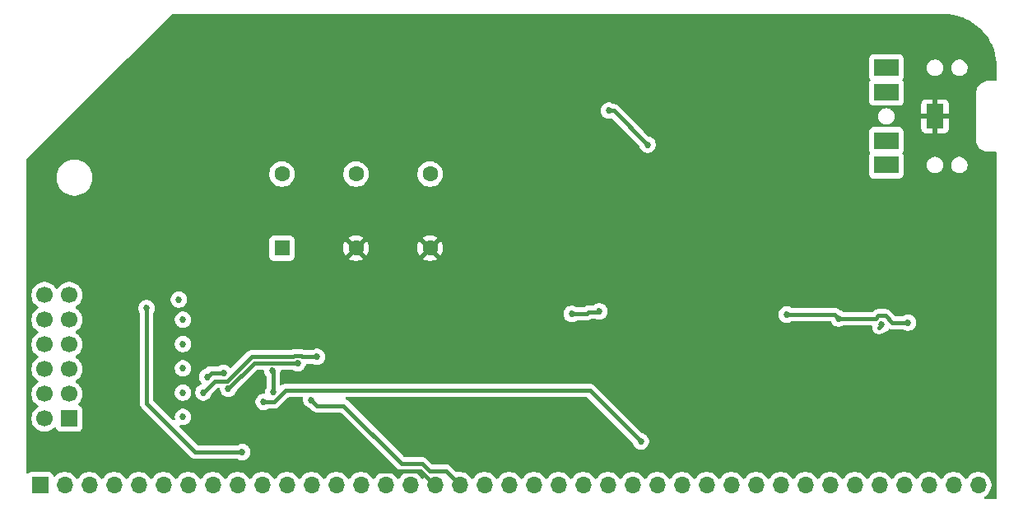
<source format=gbr>
%TF.GenerationSoftware,KiCad,Pcbnew,9.0.1+1*%
%TF.CreationDate,2025-08-21T22:40:51+00:00*%
%TF.ProjectId,rcbus-ymf262,72636275-732d-4796-9d66-3236322e6b69,@version@*%
%TF.SameCoordinates,Original*%
%TF.FileFunction,Copper,L2,Bot*%
%TF.FilePolarity,Positive*%
%FSLAX46Y46*%
G04 Gerber Fmt 4.6, Leading zero omitted, Abs format (unit mm)*
G04 Created by KiCad (PCBNEW 9.0.1+1) date 2025-08-21 22:40:51*
%MOMM*%
%LPD*%
G01*
G04 APERTURE LIST*
%TA.AperFunction,ComponentPad*%
%ADD10R,2.500000X1.800000*%
%TD*%
%TA.AperFunction,ComponentPad*%
%ADD11R,1.800000X2.500000*%
%TD*%
%TA.AperFunction,ComponentPad*%
%ADD12R,1.700000X1.700000*%
%TD*%
%TA.AperFunction,ComponentPad*%
%ADD13C,1.700000*%
%TD*%
%TA.AperFunction,ComponentPad*%
%ADD14R,1.600000X1.600000*%
%TD*%
%TA.AperFunction,ComponentPad*%
%ADD15C,1.600000*%
%TD*%
%TA.AperFunction,ComponentPad*%
%ADD16O,1.700000X1.700000*%
%TD*%
%TA.AperFunction,ViaPad*%
%ADD17C,0.685800*%
%TD*%
%TA.AperFunction,Conductor*%
%ADD18C,0.381000*%
%TD*%
G04 APERTURE END LIST*
D10*
%TO.P,CON1,R*%
%TO.N,Net-(C18-Pad1)*%
X149069000Y-130095000D03*
%TO.P,CON1,RN*%
X149069000Y-127595000D03*
D11*
%TO.P,CON1,S*%
%TO.N,GND*%
X154069000Y-125095000D03*
D10*
%TO.P,CON1,T*%
%TO.N,Net-(C17-Pad1)*%
X149069000Y-120095000D03*
%TO.P,CON1,TN*%
X149069000Y-122595000D03*
%TD*%
D12*
%TO.P,JP1,1,Pin_1*%
%TO.N,Net-(JP1-Pin_1)*%
X65000000Y-156160000D03*
D13*
%TO.P,JP1,2,Pin_2*%
%TO.N,VCC*%
X62460000Y-156160000D03*
%TO.P,JP1,3,Pin_3*%
%TO.N,Net-(JP1-Pin_3)*%
X65000000Y-153620000D03*
%TO.P,JP1,4,Pin_4*%
%TO.N,VCC*%
X62460000Y-153620000D03*
%TO.P,JP1,5,Pin_5*%
%TO.N,Net-(JP1-Pin_5)*%
X65000000Y-151080000D03*
%TO.P,JP1,6,Pin_6*%
%TO.N,VCC*%
X62460000Y-151080000D03*
%TO.P,JP1,7,Pin_7*%
%TO.N,Net-(JP1-Pin_7)*%
X65000000Y-148540000D03*
%TO.P,JP1,8,Pin_8*%
%TO.N,VCC*%
X62460000Y-148540000D03*
%TO.P,JP1,9,Pin_9*%
%TO.N,Net-(JP1-Pin_9)*%
X65000000Y-146000000D03*
%TO.P,JP1,10,Pin_10*%
%TO.N,VCC*%
X62460000Y-146000000D03*
%TO.P,JP1,11,Pin_11*%
%TO.N,Net-(JP1-Pin_11)*%
X65000000Y-143460000D03*
%TO.P,JP1,12,Pin_12*%
%TO.N,VCC*%
X62460000Y-143460000D03*
%TD*%
D14*
%TO.P,X1,1,EN*%
%TO.N,unconnected-(X1-EN-Pad1)*%
X86880000Y-138640000D03*
D15*
%TO.P,X1,4,GND*%
%TO.N,GND*%
X94500000Y-138640000D03*
%TO.P,X1,7,GND*%
X102120000Y-138640000D03*
%TO.P,X1,8,OUT*%
%TO.N,/CLK*%
X102120000Y-131020000D03*
%TO.P,X1,11,OUT*%
X94500000Y-131020000D03*
%TO.P,X1,14,Vcc*%
%TO.N,VCC*%
X86880000Y-131020000D03*
%TD*%
D12*
%TO.P,P1,1,Pin_1*%
%TO.N,unconnected-(P1-Pin_1-Pad1)*%
X62000000Y-163000000D03*
D16*
%TO.P,P1,2,Pin_2*%
%TO.N,unconnected-(P1-Pin_2-Pad2)*%
X64540000Y-163000000D03*
%TO.P,P1,3,Pin_3*%
%TO.N,unconnected-(P1-Pin_3-Pad3)*%
X67080000Y-163000000D03*
%TO.P,P1,4,Pin_4*%
%TO.N,unconnected-(P1-Pin_4-Pad4)*%
X69620000Y-163000000D03*
%TO.P,P1,5,Pin_5*%
%TO.N,unconnected-(P1-Pin_5-Pad5)*%
X72160000Y-163000000D03*
%TO.P,P1,6,Pin_6*%
%TO.N,unconnected-(P1-Pin_6-Pad6)*%
X74700000Y-163000000D03*
%TO.P,P1,7,Pin_7*%
%TO.N,unconnected-(P1-Pin_7-Pad7)*%
X77240000Y-163000000D03*
%TO.P,P1,8,Pin_8*%
%TO.N,unconnected-(P1-Pin_8-Pad8)*%
X79780000Y-163000000D03*
%TO.P,P1,9,Pin_9*%
%TO.N,/A7*%
X82320000Y-163000000D03*
%TO.P,P1,10,Pin_10*%
%TO.N,/A6*%
X84860000Y-163000000D03*
%TO.P,P1,11,Pin_11*%
%TO.N,/A5*%
X87400000Y-163000000D03*
%TO.P,P1,12,Pin_12*%
%TO.N,/A4*%
X89940000Y-163000000D03*
%TO.P,P1,13,Pin_13*%
%TO.N,/A3*%
X92480000Y-163000000D03*
%TO.P,P1,14,Pin_14*%
%TO.N,/A2*%
X95020000Y-163000000D03*
%TO.P,P1,15,Pin_15*%
%TO.N,/A1*%
X97560000Y-163000000D03*
%TO.P,P1,16,Pin_16*%
%TO.N,/A0*%
X100100000Y-163000000D03*
%TO.P,P1,17,Pin_17*%
%TO.N,GND*%
X102640000Y-163000000D03*
%TO.P,P1,18,Pin_18*%
%TO.N,VCC*%
X105180000Y-163000000D03*
%TO.P,P1,19,Pin_19*%
%TO.N,unconnected-(P1-Pin_19-Pad19)*%
X107720000Y-163000000D03*
%TO.P,P1,20,Pin_20*%
%TO.N,/~{RESET}*%
X110260000Y-163000000D03*
%TO.P,P1,21,Pin_21*%
%TO.N,unconnected-(P1-Pin_21-Pad21)*%
X112800000Y-163000000D03*
%TO.P,P1,22,Pin_22*%
%TO.N,/~{INT}*%
X115340000Y-163000000D03*
%TO.P,P1,23,Pin_23*%
%TO.N,unconnected-(P1-Pin_23-Pad23)*%
X117880000Y-163000000D03*
%TO.P,P1,24,Pin_24*%
%TO.N,/~{WR}*%
X120420000Y-163000000D03*
%TO.P,P1,25,Pin_25*%
%TO.N,/~{RD}*%
X122960000Y-163000000D03*
%TO.P,P1,26,Pin_26*%
%TO.N,/~{IORQ}*%
X125500000Y-163000000D03*
%TO.P,P1,27,Pin_27*%
%TO.N,/D0*%
X128040000Y-163000000D03*
%TO.P,P1,28,Pin_28*%
%TO.N,/D1*%
X130580000Y-163000000D03*
%TO.P,P1,29,Pin_29*%
%TO.N,/D2*%
X133120000Y-163000000D03*
%TO.P,P1,30,Pin_30*%
%TO.N,/D3*%
X135660000Y-163000000D03*
%TO.P,P1,31,Pin_31*%
%TO.N,/D4*%
X138200000Y-163000000D03*
%TO.P,P1,32,Pin_32*%
%TO.N,/D5*%
X140740000Y-163000000D03*
%TO.P,P1,33,Pin_33*%
%TO.N,/D6*%
X143280000Y-163000000D03*
%TO.P,P1,34,Pin_34*%
%TO.N,/D7*%
X145820000Y-163000000D03*
%TO.P,P1,35,Pin_35*%
%TO.N,unconnected-(P1-Pin_35-Pad35)*%
X148360000Y-163000000D03*
%TO.P,P1,36,Pin_36*%
%TO.N,unconnected-(P1-Pin_36-Pad36)*%
X150900000Y-163000000D03*
%TO.P,P1,37,Pin_37*%
%TO.N,unconnected-(P1-Pin_37-Pad37)*%
X153440000Y-163000000D03*
%TO.P,P1,38,Pin_38*%
%TO.N,unconnected-(P1-Pin_38-Pad38)*%
X155980000Y-163000000D03*
%TO.P,P1,39,Pin_39*%
%TO.N,unconnected-(P1-Pin_39-Pad39)*%
X158520000Y-163000000D03*
%TD*%
D17*
%TO.N,VCC*%
X89906244Y-154242100D03*
%TO.N,GND*%
X86000000Y-115000000D03*
X109100000Y-141800000D03*
X76000000Y-115000000D03*
X81000000Y-115000000D03*
X128485000Y-158500000D03*
X107000000Y-115000000D03*
X126000000Y-131000000D03*
X115800000Y-141400000D03*
X119000000Y-120750000D03*
X83731069Y-145881900D03*
X119250000Y-133750000D03*
X115000000Y-132250000D03*
X96000000Y-115000000D03*
X101000000Y-115000000D03*
X143702100Y-115987500D03*
X93439200Y-158503700D03*
X91000000Y-115000000D03*
X143800000Y-120100000D03*
%TO.N,/~{IORQ}*%
X123800000Y-158500000D03*
X85000000Y-154450000D03*
%TO.N,/DAC_CLK*%
X119537412Y-145143729D03*
X116700000Y-145400000D03*
%TO.N,Net-(C3-Pad1)*%
X138817400Y-145468100D03*
X151293900Y-146295300D03*
X144160700Y-145870000D03*
%TO.N,/AUDIO_CH2*%
X124500000Y-128000000D03*
X120500000Y-124500000D03*
%TO.N,+5VA*%
X148595900Y-146504300D03*
%TO.N,Net-(JP1-Pin_1)*%
X76700000Y-156000000D03*
X88500001Y-150474799D03*
X81368224Y-153118224D03*
%TO.N,Net-(JP1-Pin_9)*%
X85895910Y-151240000D03*
X76700000Y-146000000D03*
X85983804Y-153449800D03*
%TO.N,Net-(JP1-Pin_7)*%
X76700000Y-148500000D03*
%TO.N,Net-(JP1-Pin_11)*%
X76280724Y-143919276D03*
X72956600Y-144814800D03*
X82800000Y-159600000D03*
%TO.N,Net-(JP1-Pin_3)*%
X76700000Y-153500000D03*
X78805238Y-153471756D03*
X90500000Y-149817600D03*
%TO.N,Net-(JP1-Pin_5)*%
X80874257Y-151454431D03*
X76700000Y-151000000D03*
X79176756Y-151880846D03*
%TD*%
D18*
%TO.N,VCC*%
X90490944Y-154826800D02*
X89906244Y-154242100D01*
X93218400Y-154826800D02*
X90490944Y-154826800D01*
X103758500Y-161578500D02*
X102076526Y-161578500D01*
X99208100Y-160816500D02*
X93218400Y-154826800D01*
X105180000Y-163000000D02*
X103758500Y-161578500D01*
X101314526Y-160816500D02*
X99208100Y-160816500D01*
X102076526Y-161578500D02*
X101314526Y-160816500D01*
%TO.N,GND*%
X93439200Y-158503700D02*
X96514000Y-161578500D01*
X102600000Y-163000000D02*
X102640000Y-163000000D01*
X96514000Y-161578500D02*
X101178500Y-161578500D01*
X101178500Y-161578500D02*
X102600000Y-163000000D01*
%TO.N,/~{IORQ}*%
X86097156Y-154450000D02*
X85000000Y-154450000D01*
X118550000Y-153250000D02*
X87297156Y-153250000D01*
X87297156Y-153250000D02*
X86097156Y-154450000D01*
X123800000Y-158500000D02*
X118550000Y-153250000D01*
%TO.N,/DAC_CLK*%
X119481141Y-145200000D02*
X119537412Y-145143729D01*
X118227800Y-145400000D02*
X118427800Y-145200000D01*
X116700000Y-145400000D02*
X118227800Y-145400000D01*
X118427800Y-145200000D02*
X119481141Y-145200000D01*
%TO.N,Net-(C3-Pad1)*%
X148974700Y-145589900D02*
X148217100Y-145589900D01*
X151293900Y-146295300D02*
X149680100Y-146295300D01*
X147937000Y-145870000D02*
X144160700Y-145870000D01*
X144160700Y-145870000D02*
X143758800Y-145468100D01*
X149680100Y-146295300D02*
X148974700Y-145589900D01*
X143758800Y-145468100D02*
X138817400Y-145468100D01*
X148217100Y-145589900D02*
X147937000Y-145870000D01*
%TO.N,/AUDIO_CH2*%
X124500000Y-128000000D02*
X121000000Y-124500000D01*
X121000000Y-124500000D02*
X120500000Y-124500000D01*
%TO.N,+5VA*%
X148595900Y-146504300D02*
X148315800Y-146784400D01*
%TO.N,Net-(JP1-Pin_1)*%
X84033848Y-150452600D02*
X81368224Y-153118224D01*
X88500001Y-150474799D02*
X86444061Y-150474799D01*
X86421862Y-150452600D02*
X84033848Y-150452600D01*
X86444061Y-150474799D02*
X86421862Y-150452600D01*
%TO.N,Net-(JP1-Pin_9)*%
X85983804Y-151327894D02*
X85983804Y-153449800D01*
X85895910Y-151240000D02*
X85983804Y-151327894D01*
%TO.N,Net-(JP1-Pin_11)*%
X77986448Y-159600000D02*
X82800000Y-159600000D01*
X72956600Y-154570152D02*
X77986448Y-159600000D01*
X72956600Y-144814800D02*
X72956600Y-154570152D01*
%TO.N,Net-(JP1-Pin_3)*%
X90500000Y-149817600D02*
X88956354Y-149817600D01*
X83770822Y-149817600D02*
X81257598Y-152330824D01*
X81257598Y-152330824D02*
X79946170Y-152330824D01*
X88173849Y-149687399D02*
X88043648Y-149817600D01*
X88826153Y-149687399D02*
X88173849Y-149687399D01*
X79946170Y-152330824D02*
X78805238Y-153471756D01*
X88956354Y-149817600D02*
X88826153Y-149687399D01*
X88043648Y-149817600D02*
X83770822Y-149817600D01*
%TO.N,Net-(JP1-Pin_5)*%
X79176756Y-151880846D02*
X79603171Y-151454431D01*
X79603171Y-151454431D02*
X80874257Y-151454431D01*
%TD*%
%TA.AperFunction,Conductor*%
%TO.N,GND*%
G36*
X155002611Y-114575608D02*
G01*
X155442760Y-114593812D01*
X155453109Y-114594669D01*
X155887674Y-114648838D01*
X155897938Y-114650551D01*
X156326544Y-114740420D01*
X156336612Y-114742969D01*
X156756351Y-114867931D01*
X156766183Y-114871307D01*
X156923625Y-114932741D01*
X157174138Y-115030492D01*
X157183675Y-115034675D01*
X157577094Y-115227006D01*
X157586252Y-115231962D01*
X157962439Y-115456120D01*
X157971158Y-115461816D01*
X158327560Y-115716282D01*
X158335767Y-115722669D01*
X158669954Y-116005712D01*
X158677602Y-116012754D01*
X158987245Y-116322397D01*
X158994288Y-116330046D01*
X159277327Y-116664229D01*
X159283717Y-116672439D01*
X159538183Y-117028841D01*
X159543879Y-117037560D01*
X159768037Y-117413747D01*
X159772993Y-117422905D01*
X159965324Y-117816324D01*
X159969507Y-117825861D01*
X160128689Y-118233807D01*
X160132071Y-118243657D01*
X160257026Y-118663373D01*
X160259582Y-118673468D01*
X160349447Y-119102057D01*
X160351161Y-119112329D01*
X160405328Y-119546876D01*
X160406188Y-119557254D01*
X160424392Y-119997388D01*
X160424500Y-120002595D01*
X160424500Y-121337500D01*
X160404498Y-121405621D01*
X160350842Y-121452114D01*
X160298500Y-121463500D01*
X159536531Y-121463500D01*
X159512000Y-121463500D01*
X159416102Y-121463500D01*
X159226667Y-121493503D01*
X159226664Y-121493503D01*
X159226663Y-121493504D01*
X159044259Y-121552771D01*
X158873363Y-121639847D01*
X158718197Y-121752582D01*
X158718194Y-121752584D01*
X158582584Y-121888194D01*
X158582582Y-121888197D01*
X158469847Y-122043363D01*
X158382771Y-122214259D01*
X158349423Y-122316893D01*
X158323503Y-122396667D01*
X158293500Y-122586102D01*
X158293500Y-122666982D01*
X158293500Y-127483469D01*
X158293500Y-127508000D01*
X158293500Y-127603898D01*
X158323503Y-127793333D01*
X158323504Y-127793336D01*
X158363663Y-127916933D01*
X158382772Y-127975742D01*
X158469845Y-128146633D01*
X158582580Y-128301800D01*
X158582582Y-128301802D01*
X158582584Y-128301805D01*
X158718194Y-128437415D01*
X158718197Y-128437417D01*
X158718200Y-128437420D01*
X158873367Y-128550155D01*
X159044258Y-128637228D01*
X159226667Y-128696497D01*
X159416102Y-128726500D01*
X159496982Y-128726500D01*
X160298500Y-128726500D01*
X160366621Y-128746502D01*
X160413114Y-128800158D01*
X160424500Y-128852500D01*
X160424500Y-164298500D01*
X160404498Y-164366621D01*
X160350842Y-164413114D01*
X160298500Y-164424500D01*
X159223820Y-164424500D01*
X159155699Y-164404498D01*
X159109206Y-164350842D01*
X159099102Y-164280568D01*
X159128596Y-164215988D01*
X159166615Y-164186234D01*
X159227816Y-164155051D01*
X159399792Y-164030104D01*
X159550104Y-163879792D01*
X159675051Y-163707816D01*
X159771557Y-163518412D01*
X159837246Y-163316243D01*
X159870500Y-163106287D01*
X159870500Y-162893713D01*
X159837246Y-162683757D01*
X159771557Y-162481588D01*
X159675051Y-162292184D01*
X159550104Y-162120208D01*
X159550101Y-162120205D01*
X159550099Y-162120202D01*
X159399797Y-161969900D01*
X159399794Y-161969898D01*
X159399792Y-161969896D01*
X159227816Y-161844949D01*
X159038412Y-161748443D01*
X158836243Y-161682754D01*
X158626287Y-161649500D01*
X158413713Y-161649500D01*
X158203757Y-161682754D01*
X158203754Y-161682754D01*
X158203753Y-161682755D01*
X158001588Y-161748443D01*
X158001586Y-161748444D01*
X157812180Y-161844951D01*
X157640205Y-161969898D01*
X157640202Y-161969900D01*
X157489900Y-162120202D01*
X157489898Y-162120205D01*
X157364949Y-162292183D01*
X157362265Y-162297451D01*
X157313516Y-162349065D01*
X157244600Y-162366129D01*
X157177399Y-162343226D01*
X157137735Y-162297451D01*
X157135197Y-162292471D01*
X157135051Y-162292184D01*
X157010104Y-162120208D01*
X157010101Y-162120205D01*
X157010099Y-162120202D01*
X156859797Y-161969900D01*
X156859794Y-161969898D01*
X156859792Y-161969896D01*
X156687816Y-161844949D01*
X156498412Y-161748443D01*
X156296243Y-161682754D01*
X156086287Y-161649500D01*
X155873713Y-161649500D01*
X155663757Y-161682754D01*
X155663754Y-161682754D01*
X155663753Y-161682755D01*
X155461588Y-161748443D01*
X155461586Y-161748444D01*
X155272180Y-161844951D01*
X155100205Y-161969898D01*
X155100202Y-161969900D01*
X154949900Y-162120202D01*
X154949898Y-162120205D01*
X154824949Y-162292183D01*
X154822265Y-162297451D01*
X154773516Y-162349065D01*
X154704600Y-162366129D01*
X154637399Y-162343226D01*
X154597735Y-162297451D01*
X154595197Y-162292471D01*
X154595051Y-162292184D01*
X154470104Y-162120208D01*
X154470101Y-162120205D01*
X154470099Y-162120202D01*
X154319797Y-161969900D01*
X154319794Y-161969898D01*
X154319792Y-161969896D01*
X154147816Y-161844949D01*
X153958412Y-161748443D01*
X153756243Y-161682754D01*
X153546287Y-161649500D01*
X153333713Y-161649500D01*
X153123757Y-161682754D01*
X153123754Y-161682754D01*
X153123753Y-161682755D01*
X152921588Y-161748443D01*
X152921586Y-161748444D01*
X152732180Y-161844951D01*
X152560205Y-161969898D01*
X152560202Y-161969900D01*
X152409900Y-162120202D01*
X152409898Y-162120205D01*
X152284949Y-162292183D01*
X152282265Y-162297451D01*
X152233516Y-162349065D01*
X152164600Y-162366129D01*
X152097399Y-162343226D01*
X152057735Y-162297451D01*
X152055197Y-162292471D01*
X152055051Y-162292184D01*
X151930104Y-162120208D01*
X151930101Y-162120205D01*
X151930099Y-162120202D01*
X151779797Y-161969900D01*
X151779794Y-161969898D01*
X151779792Y-161969896D01*
X151607816Y-161844949D01*
X151418412Y-161748443D01*
X151216243Y-161682754D01*
X151006287Y-161649500D01*
X150793713Y-161649500D01*
X150583757Y-161682754D01*
X150583754Y-161682754D01*
X150583753Y-161682755D01*
X150381588Y-161748443D01*
X150381586Y-161748444D01*
X150192180Y-161844951D01*
X150020205Y-161969898D01*
X150020202Y-161969900D01*
X149869900Y-162120202D01*
X149869898Y-162120205D01*
X149744949Y-162292183D01*
X149742265Y-162297451D01*
X149693516Y-162349065D01*
X149624600Y-162366129D01*
X149557399Y-162343226D01*
X149517735Y-162297451D01*
X149515197Y-162292471D01*
X149515051Y-162292184D01*
X149390104Y-162120208D01*
X149390101Y-162120205D01*
X149390099Y-162120202D01*
X149239797Y-161969900D01*
X149239794Y-161969898D01*
X149239792Y-161969896D01*
X149067816Y-161844949D01*
X148878412Y-161748443D01*
X148676243Y-161682754D01*
X148466287Y-161649500D01*
X148253713Y-161649500D01*
X148043757Y-161682754D01*
X148043754Y-161682754D01*
X148043753Y-161682755D01*
X147841588Y-161748443D01*
X147841586Y-161748444D01*
X147652180Y-161844951D01*
X147480205Y-161969898D01*
X147480202Y-161969900D01*
X147329900Y-162120202D01*
X147329898Y-162120205D01*
X147204949Y-162292183D01*
X147202265Y-162297451D01*
X147153516Y-162349065D01*
X147084600Y-162366129D01*
X147017399Y-162343226D01*
X146977735Y-162297451D01*
X146975197Y-162292471D01*
X146975051Y-162292184D01*
X146850104Y-162120208D01*
X146850101Y-162120205D01*
X146850099Y-162120202D01*
X146699797Y-161969900D01*
X146699794Y-161969898D01*
X146699792Y-161969896D01*
X146527816Y-161844949D01*
X146338412Y-161748443D01*
X146136243Y-161682754D01*
X145926287Y-161649500D01*
X145713713Y-161649500D01*
X145503757Y-161682754D01*
X145503754Y-161682754D01*
X145503753Y-161682755D01*
X145301588Y-161748443D01*
X145301586Y-161748444D01*
X145112180Y-161844951D01*
X144940205Y-161969898D01*
X144940202Y-161969900D01*
X144789900Y-162120202D01*
X144789898Y-162120205D01*
X144664949Y-162292183D01*
X144662265Y-162297451D01*
X144613516Y-162349065D01*
X144544600Y-162366129D01*
X144477399Y-162343226D01*
X144437735Y-162297451D01*
X144435197Y-162292471D01*
X144435051Y-162292184D01*
X144310104Y-162120208D01*
X144310101Y-162120205D01*
X144310099Y-162120202D01*
X144159797Y-161969900D01*
X144159794Y-161969898D01*
X144159792Y-161969896D01*
X143987816Y-161844949D01*
X143798412Y-161748443D01*
X143596243Y-161682754D01*
X143386287Y-161649500D01*
X143173713Y-161649500D01*
X142963757Y-161682754D01*
X142963754Y-161682754D01*
X142963753Y-161682755D01*
X142761588Y-161748443D01*
X142761586Y-161748444D01*
X142572180Y-161844951D01*
X142400205Y-161969898D01*
X142400202Y-161969900D01*
X142249900Y-162120202D01*
X142249898Y-162120205D01*
X142124949Y-162292183D01*
X142122265Y-162297451D01*
X142073516Y-162349065D01*
X142004600Y-162366129D01*
X141937399Y-162343226D01*
X141897735Y-162297451D01*
X141895197Y-162292471D01*
X141895051Y-162292184D01*
X141770104Y-162120208D01*
X141770101Y-162120205D01*
X141770099Y-162120202D01*
X141619797Y-161969900D01*
X141619794Y-161969898D01*
X141619792Y-161969896D01*
X141447816Y-161844949D01*
X141258412Y-161748443D01*
X141056243Y-161682754D01*
X140846287Y-161649500D01*
X140633713Y-161649500D01*
X140423757Y-161682754D01*
X140423754Y-161682754D01*
X140423753Y-161682755D01*
X140221588Y-161748443D01*
X140221586Y-161748444D01*
X140032180Y-161844951D01*
X139860205Y-161969898D01*
X139860202Y-161969900D01*
X139709900Y-162120202D01*
X139709898Y-162120205D01*
X139584949Y-162292183D01*
X139582265Y-162297451D01*
X139533516Y-162349065D01*
X139464600Y-162366129D01*
X139397399Y-162343226D01*
X139357735Y-162297451D01*
X139355197Y-162292471D01*
X139355051Y-162292184D01*
X139230104Y-162120208D01*
X139230101Y-162120205D01*
X139230099Y-162120202D01*
X139079797Y-161969900D01*
X139079794Y-161969898D01*
X139079792Y-161969896D01*
X138907816Y-161844949D01*
X138718412Y-161748443D01*
X138516243Y-161682754D01*
X138306287Y-161649500D01*
X138093713Y-161649500D01*
X137883757Y-161682754D01*
X137883754Y-161682754D01*
X137883753Y-161682755D01*
X137681588Y-161748443D01*
X137681586Y-161748444D01*
X137492180Y-161844951D01*
X137320205Y-161969898D01*
X137320202Y-161969900D01*
X137169900Y-162120202D01*
X137169898Y-162120205D01*
X137044949Y-162292183D01*
X137042265Y-162297451D01*
X136993516Y-162349065D01*
X136924600Y-162366129D01*
X136857399Y-162343226D01*
X136817735Y-162297451D01*
X136815197Y-162292471D01*
X136815051Y-162292184D01*
X136690104Y-162120208D01*
X136690101Y-162120205D01*
X136690099Y-162120202D01*
X136539797Y-161969900D01*
X136539794Y-161969898D01*
X136539792Y-161969896D01*
X136367816Y-161844949D01*
X136178412Y-161748443D01*
X135976243Y-161682754D01*
X135766287Y-161649500D01*
X135553713Y-161649500D01*
X135343757Y-161682754D01*
X135343754Y-161682754D01*
X135343753Y-161682755D01*
X135141588Y-161748443D01*
X135141586Y-161748444D01*
X134952180Y-161844951D01*
X134780205Y-161969898D01*
X134780202Y-161969900D01*
X134629900Y-162120202D01*
X134629898Y-162120205D01*
X134504949Y-162292183D01*
X134502265Y-162297451D01*
X134453516Y-162349065D01*
X134384600Y-162366129D01*
X134317399Y-162343226D01*
X134277735Y-162297451D01*
X134275197Y-162292471D01*
X134275051Y-162292184D01*
X134150104Y-162120208D01*
X134150101Y-162120205D01*
X134150099Y-162120202D01*
X133999797Y-161969900D01*
X133999794Y-161969898D01*
X133999792Y-161969896D01*
X133827816Y-161844949D01*
X133638412Y-161748443D01*
X133436243Y-161682754D01*
X133226287Y-161649500D01*
X133013713Y-161649500D01*
X132803757Y-161682754D01*
X132803754Y-161682754D01*
X132803753Y-161682755D01*
X132601588Y-161748443D01*
X132601586Y-161748444D01*
X132412180Y-161844951D01*
X132240205Y-161969898D01*
X132240202Y-161969900D01*
X132089900Y-162120202D01*
X132089898Y-162120205D01*
X131964949Y-162292183D01*
X131962265Y-162297451D01*
X131913516Y-162349065D01*
X131844600Y-162366129D01*
X131777399Y-162343226D01*
X131737735Y-162297451D01*
X131735197Y-162292471D01*
X131735051Y-162292184D01*
X131610104Y-162120208D01*
X131610101Y-162120205D01*
X131610099Y-162120202D01*
X131459797Y-161969900D01*
X131459794Y-161969898D01*
X131459792Y-161969896D01*
X131287816Y-161844949D01*
X131098412Y-161748443D01*
X130896243Y-161682754D01*
X130686287Y-161649500D01*
X130473713Y-161649500D01*
X130263757Y-161682754D01*
X130263754Y-161682754D01*
X130263753Y-161682755D01*
X130061588Y-161748443D01*
X130061586Y-161748444D01*
X129872180Y-161844951D01*
X129700205Y-161969898D01*
X129700202Y-161969900D01*
X129549900Y-162120202D01*
X129549898Y-162120205D01*
X129424949Y-162292183D01*
X129422265Y-162297451D01*
X129373516Y-162349065D01*
X129304600Y-162366129D01*
X129237399Y-162343226D01*
X129197735Y-162297451D01*
X129195197Y-162292471D01*
X129195051Y-162292184D01*
X129070104Y-162120208D01*
X129070101Y-162120205D01*
X129070099Y-162120202D01*
X128919797Y-161969900D01*
X128919794Y-161969898D01*
X128919792Y-161969896D01*
X128747816Y-161844949D01*
X128558412Y-161748443D01*
X128356243Y-161682754D01*
X128146287Y-161649500D01*
X127933713Y-161649500D01*
X127723757Y-161682754D01*
X127723754Y-161682754D01*
X127723753Y-161682755D01*
X127521588Y-161748443D01*
X127521586Y-161748444D01*
X127332180Y-161844951D01*
X127160205Y-161969898D01*
X127160202Y-161969900D01*
X127009900Y-162120202D01*
X127009898Y-162120205D01*
X126884949Y-162292183D01*
X126882265Y-162297451D01*
X126833516Y-162349065D01*
X126764600Y-162366129D01*
X126697399Y-162343226D01*
X126657735Y-162297451D01*
X126655197Y-162292471D01*
X126655051Y-162292184D01*
X126530104Y-162120208D01*
X126530101Y-162120205D01*
X126530099Y-162120202D01*
X126379797Y-161969900D01*
X126379794Y-161969898D01*
X126379792Y-161969896D01*
X126207816Y-161844949D01*
X126018412Y-161748443D01*
X125816243Y-161682754D01*
X125606287Y-161649500D01*
X125393713Y-161649500D01*
X125183757Y-161682754D01*
X125183754Y-161682754D01*
X125183753Y-161682755D01*
X124981588Y-161748443D01*
X124981586Y-161748444D01*
X124792180Y-161844951D01*
X124620205Y-161969898D01*
X124620202Y-161969900D01*
X124469900Y-162120202D01*
X124469898Y-162120205D01*
X124344949Y-162292183D01*
X124342265Y-162297451D01*
X124293516Y-162349065D01*
X124224600Y-162366129D01*
X124157399Y-162343226D01*
X124117735Y-162297451D01*
X124115197Y-162292471D01*
X124115051Y-162292184D01*
X123990104Y-162120208D01*
X123990101Y-162120205D01*
X123990099Y-162120202D01*
X123839797Y-161969900D01*
X123839794Y-161969898D01*
X123839792Y-161969896D01*
X123667816Y-161844949D01*
X123478412Y-161748443D01*
X123276243Y-161682754D01*
X123066287Y-161649500D01*
X122853713Y-161649500D01*
X122643757Y-161682754D01*
X122643754Y-161682754D01*
X122643753Y-161682755D01*
X122441588Y-161748443D01*
X122441586Y-161748444D01*
X122252180Y-161844951D01*
X122080205Y-161969898D01*
X122080202Y-161969900D01*
X121929900Y-162120202D01*
X121929898Y-162120205D01*
X121804949Y-162292183D01*
X121802265Y-162297451D01*
X121753516Y-162349065D01*
X121684600Y-162366129D01*
X121617399Y-162343226D01*
X121577735Y-162297451D01*
X121575197Y-162292471D01*
X121575051Y-162292184D01*
X121450104Y-162120208D01*
X121450101Y-162120205D01*
X121450099Y-162120202D01*
X121299797Y-161969900D01*
X121299794Y-161969898D01*
X121299792Y-161969896D01*
X121127816Y-161844949D01*
X120938412Y-161748443D01*
X120736243Y-161682754D01*
X120526287Y-161649500D01*
X120313713Y-161649500D01*
X120103757Y-161682754D01*
X120103754Y-161682754D01*
X120103753Y-161682755D01*
X119901588Y-161748443D01*
X119901586Y-161748444D01*
X119712180Y-161844951D01*
X119540205Y-161969898D01*
X119540202Y-161969900D01*
X119389900Y-162120202D01*
X119389898Y-162120205D01*
X119264949Y-162292183D01*
X119262265Y-162297451D01*
X119213516Y-162349065D01*
X119144600Y-162366129D01*
X119077399Y-162343226D01*
X119037735Y-162297451D01*
X119035197Y-162292471D01*
X119035051Y-162292184D01*
X118910104Y-162120208D01*
X118910101Y-162120205D01*
X118910099Y-162120202D01*
X118759797Y-161969900D01*
X118759794Y-161969898D01*
X118759792Y-161969896D01*
X118587816Y-161844949D01*
X118398412Y-161748443D01*
X118196243Y-161682754D01*
X117986287Y-161649500D01*
X117773713Y-161649500D01*
X117563757Y-161682754D01*
X117563754Y-161682754D01*
X117563753Y-161682755D01*
X117361588Y-161748443D01*
X117361586Y-161748444D01*
X117172180Y-161844951D01*
X117000205Y-161969898D01*
X117000202Y-161969900D01*
X116849900Y-162120202D01*
X116849898Y-162120205D01*
X116724949Y-162292183D01*
X116722265Y-162297451D01*
X116673516Y-162349065D01*
X116604600Y-162366129D01*
X116537399Y-162343226D01*
X116497735Y-162297451D01*
X116495197Y-162292471D01*
X116495051Y-162292184D01*
X116370104Y-162120208D01*
X116370101Y-162120205D01*
X116370099Y-162120202D01*
X116219797Y-161969900D01*
X116219794Y-161969898D01*
X116219792Y-161969896D01*
X116047816Y-161844949D01*
X115858412Y-161748443D01*
X115656243Y-161682754D01*
X115446287Y-161649500D01*
X115233713Y-161649500D01*
X115023757Y-161682754D01*
X115023754Y-161682754D01*
X115023753Y-161682755D01*
X114821588Y-161748443D01*
X114821586Y-161748444D01*
X114632180Y-161844951D01*
X114460205Y-161969898D01*
X114460202Y-161969900D01*
X114309900Y-162120202D01*
X114309898Y-162120205D01*
X114184949Y-162292183D01*
X114182265Y-162297451D01*
X114133516Y-162349065D01*
X114064600Y-162366129D01*
X113997399Y-162343226D01*
X113957735Y-162297451D01*
X113955197Y-162292471D01*
X113955051Y-162292184D01*
X113830104Y-162120208D01*
X113830101Y-162120205D01*
X113830099Y-162120202D01*
X113679797Y-161969900D01*
X113679794Y-161969898D01*
X113679792Y-161969896D01*
X113507816Y-161844949D01*
X113318412Y-161748443D01*
X113116243Y-161682754D01*
X112906287Y-161649500D01*
X112693713Y-161649500D01*
X112483757Y-161682754D01*
X112483754Y-161682754D01*
X112483753Y-161682755D01*
X112281588Y-161748443D01*
X112281586Y-161748444D01*
X112092180Y-161844951D01*
X111920205Y-161969898D01*
X111920202Y-161969900D01*
X111769900Y-162120202D01*
X111769898Y-162120205D01*
X111644949Y-162292183D01*
X111642265Y-162297451D01*
X111593516Y-162349065D01*
X111524600Y-162366129D01*
X111457399Y-162343226D01*
X111417735Y-162297451D01*
X111415197Y-162292471D01*
X111415051Y-162292184D01*
X111290104Y-162120208D01*
X111290101Y-162120205D01*
X111290099Y-162120202D01*
X111139797Y-161969900D01*
X111139794Y-161969898D01*
X111139792Y-161969896D01*
X110967816Y-161844949D01*
X110778412Y-161748443D01*
X110576243Y-161682754D01*
X110366287Y-161649500D01*
X110153713Y-161649500D01*
X109943757Y-161682754D01*
X109943754Y-161682754D01*
X109943753Y-161682755D01*
X109741588Y-161748443D01*
X109741586Y-161748444D01*
X109552180Y-161844951D01*
X109380205Y-161969898D01*
X109380202Y-161969900D01*
X109229900Y-162120202D01*
X109229898Y-162120205D01*
X109104949Y-162292183D01*
X109102265Y-162297451D01*
X109053516Y-162349065D01*
X108984600Y-162366129D01*
X108917399Y-162343226D01*
X108877735Y-162297451D01*
X108875197Y-162292471D01*
X108875051Y-162292184D01*
X108750104Y-162120208D01*
X108750101Y-162120205D01*
X108750099Y-162120202D01*
X108599797Y-161969900D01*
X108599794Y-161969898D01*
X108599792Y-161969896D01*
X108427816Y-161844949D01*
X108238412Y-161748443D01*
X108036243Y-161682754D01*
X107826287Y-161649500D01*
X107613713Y-161649500D01*
X107403757Y-161682754D01*
X107403754Y-161682754D01*
X107403753Y-161682755D01*
X107201588Y-161748443D01*
X107201586Y-161748444D01*
X107012180Y-161844951D01*
X106840205Y-161969898D01*
X106840202Y-161969900D01*
X106689900Y-162120202D01*
X106689898Y-162120205D01*
X106564949Y-162292183D01*
X106562265Y-162297451D01*
X106513516Y-162349065D01*
X106444600Y-162366129D01*
X106377399Y-162343226D01*
X106337735Y-162297451D01*
X106335197Y-162292471D01*
X106335051Y-162292184D01*
X106210104Y-162120208D01*
X106210101Y-162120205D01*
X106210099Y-162120202D01*
X106059797Y-161969900D01*
X106059794Y-161969898D01*
X106059792Y-161969896D01*
X105887816Y-161844949D01*
X105698412Y-161748443D01*
X105496243Y-161682754D01*
X105286287Y-161649500D01*
X105073713Y-161649500D01*
X104906635Y-161675962D01*
X104836226Y-161666863D01*
X104797831Y-161640609D01*
X104198991Y-161041769D01*
X104198990Y-161041768D01*
X104198987Y-161041765D01*
X104085811Y-160966144D01*
X103960060Y-160914056D01*
X103960057Y-160914055D01*
X103826561Y-160887500D01*
X103826558Y-160887500D01*
X102414938Y-160887500D01*
X102346817Y-160867498D01*
X102325843Y-160850595D01*
X101755017Y-160279769D01*
X101755016Y-160279768D01*
X101755013Y-160279765D01*
X101641837Y-160204144D01*
X101607321Y-160189847D01*
X101516086Y-160152056D01*
X101516083Y-160152055D01*
X101382587Y-160125500D01*
X101382584Y-160125500D01*
X99546511Y-160125500D01*
X99478390Y-160105498D01*
X99457416Y-160088595D01*
X93658894Y-154290071D01*
X93658888Y-154290066D01*
X93647931Y-154282745D01*
X93545711Y-154214444D01*
X93470786Y-154183409D01*
X93415505Y-154138860D01*
X93393084Y-154071497D01*
X93410642Y-154002706D01*
X93462604Y-153954328D01*
X93519004Y-153941000D01*
X118211588Y-153941000D01*
X118279709Y-153961002D01*
X118300683Y-153977905D01*
X122942174Y-158619396D01*
X122976200Y-158681708D01*
X122976657Y-158683907D01*
X122989011Y-158746011D01*
X123052588Y-158899500D01*
X123082918Y-158944892D01*
X123144887Y-159037635D01*
X123144892Y-159037641D01*
X123262358Y-159155107D01*
X123262364Y-159155112D01*
X123400500Y-159247412D01*
X123553989Y-159310989D01*
X123716932Y-159343400D01*
X123716933Y-159343400D01*
X123883067Y-159343400D01*
X123883068Y-159343400D01*
X124046011Y-159310989D01*
X124199500Y-159247412D01*
X124337636Y-159155112D01*
X124455112Y-159037636D01*
X124547412Y-158899500D01*
X124610989Y-158746011D01*
X124643400Y-158583068D01*
X124643400Y-158416932D01*
X124610989Y-158253989D01*
X124547412Y-158100500D01*
X124455112Y-157962364D01*
X124455107Y-157962358D01*
X124337641Y-157844892D01*
X124337635Y-157844887D01*
X124291799Y-157814260D01*
X124199500Y-157752588D01*
X124046011Y-157689011D01*
X123983907Y-157676657D01*
X123920999Y-157643750D01*
X123919396Y-157642174D01*
X118990494Y-152713271D01*
X118990488Y-152713266D01*
X118979989Y-152706251D01*
X118877311Y-152637644D01*
X118877309Y-152637643D01*
X118751560Y-152585556D01*
X118751557Y-152585555D01*
X118618061Y-152559000D01*
X118618058Y-152559000D01*
X87229098Y-152559000D01*
X87229094Y-152559000D01*
X87095598Y-152585555D01*
X87095595Y-152585556D01*
X86969846Y-152637643D01*
X86870805Y-152703820D01*
X86803052Y-152725034D01*
X86734585Y-152706251D01*
X86687143Y-152653433D01*
X86674804Y-152599054D01*
X86674804Y-151588558D01*
X86684394Y-151540341D01*
X86706899Y-151486011D01*
X86739310Y-151323068D01*
X86739310Y-151291799D01*
X86759312Y-151223678D01*
X86812968Y-151177185D01*
X86865310Y-151165799D01*
X87977853Y-151165799D01*
X88045974Y-151185801D01*
X88047855Y-151187034D01*
X88100501Y-151222211D01*
X88253990Y-151285788D01*
X88416933Y-151318199D01*
X88416934Y-151318199D01*
X88583068Y-151318199D01*
X88583069Y-151318199D01*
X88746012Y-151285788D01*
X88899501Y-151222211D01*
X89037637Y-151129911D01*
X89155113Y-151012435D01*
X89247413Y-150874299D01*
X89310990Y-150720810D01*
X89333028Y-150610018D01*
X89365936Y-150547108D01*
X89427631Y-150511977D01*
X89456607Y-150508600D01*
X89977852Y-150508600D01*
X90045973Y-150528602D01*
X90047854Y-150529835D01*
X90100500Y-150565012D01*
X90253989Y-150628589D01*
X90416932Y-150661000D01*
X90416933Y-150661000D01*
X90583067Y-150661000D01*
X90583068Y-150661000D01*
X90746011Y-150628589D01*
X90899500Y-150565012D01*
X91037636Y-150472712D01*
X91155112Y-150355236D01*
X91247412Y-150217100D01*
X91310989Y-150063611D01*
X91343400Y-149900668D01*
X91343400Y-149734532D01*
X91310989Y-149571589D01*
X91247412Y-149418100D01*
X91155112Y-149279964D01*
X91155107Y-149279958D01*
X91037641Y-149162492D01*
X91037635Y-149162487D01*
X90953991Y-149106598D01*
X90899500Y-149070188D01*
X90746011Y-149006611D01*
X90721070Y-149001650D01*
X90583070Y-148974200D01*
X90583068Y-148974200D01*
X90416932Y-148974200D01*
X90416929Y-148974200D01*
X90253988Y-149006611D01*
X90253983Y-149006613D01*
X90100499Y-149070188D01*
X90047854Y-149105365D01*
X89980101Y-149126580D01*
X89977852Y-149126600D01*
X89268846Y-149126600D01*
X89200725Y-149106598D01*
X89198844Y-149105365D01*
X89153464Y-149075043D01*
X89063168Y-149037641D01*
X89027713Y-149022955D01*
X89027712Y-149022954D01*
X89007775Y-149018988D01*
X88997808Y-149017006D01*
X88997807Y-149017005D01*
X88894214Y-148996399D01*
X88894211Y-148996399D01*
X88105791Y-148996399D01*
X88105787Y-148996399D01*
X88002194Y-149017005D01*
X88002194Y-149017006D01*
X87994718Y-149018493D01*
X87972289Y-149022954D01*
X87972288Y-149022955D01*
X87846538Y-149075043D01*
X87801158Y-149105365D01*
X87733405Y-149126580D01*
X87731156Y-149126600D01*
X83702760Y-149126600D01*
X83588262Y-149149375D01*
X83588261Y-149149376D01*
X83575596Y-149151895D01*
X83569263Y-149153155D01*
X83443509Y-149205244D01*
X83330339Y-149280862D01*
X83330332Y-149280867D01*
X81700982Y-150910217D01*
X81638670Y-150944243D01*
X81567854Y-150939178D01*
X81522792Y-150910217D01*
X81411898Y-150799323D01*
X81411892Y-150799318D01*
X81344052Y-150753989D01*
X81273757Y-150707019D01*
X81120268Y-150643442D01*
X80957327Y-150611031D01*
X80957325Y-150611031D01*
X80791189Y-150611031D01*
X80791186Y-150611031D01*
X80628245Y-150643442D01*
X80628240Y-150643444D01*
X80474756Y-150707019D01*
X80422111Y-150742196D01*
X80354358Y-150763411D01*
X80352109Y-150763431D01*
X79535109Y-150763431D01*
X79401613Y-150789986D01*
X79401610Y-150789987D01*
X79275860Y-150842075D01*
X79163829Y-150916932D01*
X79162684Y-150917697D01*
X79162682Y-150917698D01*
X79057358Y-151023021D01*
X78995045Y-151057046D01*
X78992870Y-151057498D01*
X78975736Y-151060907D01*
X78930742Y-151069857D01*
X78930741Y-151069858D01*
X78777256Y-151133434D01*
X78639120Y-151225733D01*
X78639114Y-151225738D01*
X78521648Y-151343204D01*
X78521643Y-151343210D01*
X78429344Y-151481346D01*
X78365769Y-151634829D01*
X78365767Y-151634834D01*
X78333356Y-151797775D01*
X78333356Y-151797778D01*
X78333356Y-151963914D01*
X78365767Y-152126857D01*
X78429344Y-152280346D01*
X78521644Y-152418482D01*
X78570633Y-152467471D01*
X78604657Y-152529781D01*
X78599593Y-152600596D01*
X78557047Y-152657432D01*
X78529756Y-152672974D01*
X78491035Y-152689013D01*
X78455288Y-152703820D01*
X78405736Y-152724345D01*
X78267602Y-152816643D01*
X78267596Y-152816648D01*
X78150130Y-152934114D01*
X78150125Y-152934120D01*
X78057826Y-153072256D01*
X77994251Y-153225739D01*
X77994249Y-153225744D01*
X77961838Y-153388685D01*
X77961838Y-153554826D01*
X77978584Y-153639013D01*
X77994249Y-153717767D01*
X78057826Y-153871256D01*
X78085290Y-153912358D01*
X78150125Y-154009391D01*
X78150130Y-154009397D01*
X78267596Y-154126863D01*
X78267602Y-154126868D01*
X78405738Y-154219168D01*
X78559227Y-154282745D01*
X78722170Y-154315156D01*
X78722171Y-154315156D01*
X78888305Y-154315156D01*
X78888306Y-154315156D01*
X79051249Y-154282745D01*
X79204738Y-154219168D01*
X79342874Y-154126868D01*
X79460350Y-154009392D01*
X79552650Y-153871256D01*
X79616227Y-153717767D01*
X79628579Y-153655665D01*
X79661483Y-153592759D01*
X79663005Y-153591208D01*
X80195487Y-153058728D01*
X80222861Y-153043780D01*
X80249084Y-153026928D01*
X80255382Y-153026022D01*
X80257799Y-153024703D01*
X80284582Y-153021824D01*
X80398824Y-153021824D01*
X80466945Y-153041826D01*
X80513438Y-153095482D01*
X80524824Y-153147824D01*
X80524824Y-153201294D01*
X80545205Y-153303757D01*
X80557235Y-153364235D01*
X80620812Y-153517724D01*
X80680197Y-153606600D01*
X80713111Y-153655859D01*
X80713116Y-153655865D01*
X80830582Y-153773331D01*
X80830588Y-153773336D01*
X80968724Y-153865636D01*
X81122213Y-153929213D01*
X81285156Y-153961624D01*
X81285157Y-153961624D01*
X81451291Y-153961624D01*
X81451292Y-153961624D01*
X81614235Y-153929213D01*
X81767724Y-153865636D01*
X81905860Y-153773336D01*
X82023336Y-153655860D01*
X82115636Y-153517724D01*
X82179213Y-153364235D01*
X82191565Y-153302132D01*
X82224469Y-153239227D01*
X82225991Y-153237677D01*
X84283164Y-151180505D01*
X84345476Y-151146479D01*
X84372259Y-151143600D01*
X84926510Y-151143600D01*
X84994631Y-151163602D01*
X85041124Y-151217258D01*
X85052510Y-151269600D01*
X85052510Y-151323068D01*
X85084921Y-151486011D01*
X85148498Y-151639500D01*
X85240798Y-151777636D01*
X85255898Y-151792736D01*
X85289924Y-151855046D01*
X85292804Y-151881832D01*
X85292804Y-152927651D01*
X85272802Y-152995772D01*
X85271570Y-152997652D01*
X85236391Y-153050301D01*
X85172817Y-153203783D01*
X85172815Y-153203788D01*
X85140404Y-153366729D01*
X85140404Y-153480600D01*
X85120402Y-153548721D01*
X85066746Y-153595214D01*
X85014404Y-153606600D01*
X84916929Y-153606600D01*
X84753988Y-153639011D01*
X84753983Y-153639013D01*
X84600500Y-153702588D01*
X84462364Y-153794887D01*
X84462358Y-153794892D01*
X84344892Y-153912358D01*
X84344887Y-153912364D01*
X84252588Y-154050500D01*
X84189013Y-154203983D01*
X84189011Y-154203988D01*
X84156600Y-154366929D01*
X84156600Y-154533070D01*
X84178695Y-154644148D01*
X84189011Y-154696011D01*
X84252588Y-154849500D01*
X84284636Y-154897463D01*
X84344887Y-154987635D01*
X84344892Y-154987641D01*
X84462358Y-155105107D01*
X84462364Y-155105112D01*
X84600500Y-155197412D01*
X84753989Y-155260989D01*
X84916932Y-155293400D01*
X84916933Y-155293400D01*
X85083067Y-155293400D01*
X85083068Y-155293400D01*
X85246011Y-155260989D01*
X85399500Y-155197412D01*
X85452146Y-155162235D01*
X85519899Y-155141020D01*
X85522148Y-155141000D01*
X86165214Y-155141000D01*
X86298713Y-155114445D01*
X86424467Y-155062356D01*
X86458154Y-155039847D01*
X86537643Y-154986735D01*
X87546473Y-153977905D01*
X87608785Y-153943880D01*
X87635568Y-153941000D01*
X88952682Y-153941000D01*
X89020803Y-153961002D01*
X89067296Y-154014658D01*
X89077400Y-154084932D01*
X89076264Y-154091563D01*
X89070031Y-154122899D01*
X89062844Y-154159029D01*
X89062844Y-154325170D01*
X89071151Y-154366932D01*
X89095255Y-154488111D01*
X89158832Y-154641600D01*
X89195192Y-154696016D01*
X89251131Y-154779735D01*
X89251136Y-154779741D01*
X89368602Y-154897207D01*
X89368608Y-154897212D01*
X89506744Y-154989512D01*
X89660233Y-155053089D01*
X89722333Y-155065440D01*
X89785241Y-155098345D01*
X89786847Y-155099924D01*
X90050458Y-155363535D01*
X90120227Y-155410153D01*
X90163633Y-155439156D01*
X90289387Y-155491245D01*
X90422886Y-155517800D01*
X90422887Y-155517800D01*
X90559001Y-155517800D01*
X92879988Y-155517800D01*
X92948109Y-155537802D01*
X92969083Y-155554705D01*
X98671366Y-161256987D01*
X98767613Y-161353234D01*
X98880789Y-161428856D01*
X99006543Y-161480945D01*
X99140042Y-161507500D01*
X99140043Y-161507500D01*
X99276157Y-161507500D01*
X99529832Y-161507500D01*
X99597953Y-161527502D01*
X99644446Y-161581158D01*
X99654550Y-161651432D01*
X99625056Y-161716012D01*
X99585245Y-161744717D01*
X99585999Y-161746196D01*
X99581590Y-161748442D01*
X99581588Y-161748443D01*
X99434726Y-161823273D01*
X99392180Y-161844951D01*
X99220205Y-161969898D01*
X99220202Y-161969900D01*
X99069900Y-162120202D01*
X99069898Y-162120205D01*
X98944949Y-162292183D01*
X98942265Y-162297451D01*
X98893516Y-162349065D01*
X98824600Y-162366129D01*
X98757399Y-162343226D01*
X98717735Y-162297451D01*
X98715197Y-162292471D01*
X98715051Y-162292184D01*
X98590104Y-162120208D01*
X98590101Y-162120205D01*
X98590099Y-162120202D01*
X98439797Y-161969900D01*
X98439794Y-161969898D01*
X98439792Y-161969896D01*
X98267816Y-161844949D01*
X98078412Y-161748443D01*
X97876243Y-161682754D01*
X97666287Y-161649500D01*
X97453713Y-161649500D01*
X97243757Y-161682754D01*
X97243754Y-161682754D01*
X97243753Y-161682755D01*
X97041588Y-161748443D01*
X97041586Y-161748444D01*
X96852180Y-161844951D01*
X96680205Y-161969898D01*
X96680202Y-161969900D01*
X96529900Y-162120202D01*
X96529898Y-162120205D01*
X96404949Y-162292183D01*
X96402265Y-162297451D01*
X96353516Y-162349065D01*
X96284600Y-162366129D01*
X96217399Y-162343226D01*
X96177735Y-162297451D01*
X96175197Y-162292471D01*
X96175051Y-162292184D01*
X96050104Y-162120208D01*
X96050101Y-162120205D01*
X96050099Y-162120202D01*
X95899797Y-161969900D01*
X95899794Y-161969898D01*
X95899792Y-161969896D01*
X95727816Y-161844949D01*
X95538412Y-161748443D01*
X95336243Y-161682754D01*
X95126287Y-161649500D01*
X94913713Y-161649500D01*
X94703757Y-161682754D01*
X94703754Y-161682754D01*
X94703753Y-161682755D01*
X94501588Y-161748443D01*
X94501586Y-161748444D01*
X94312180Y-161844951D01*
X94140205Y-161969898D01*
X94140202Y-161969900D01*
X93989900Y-162120202D01*
X93989898Y-162120205D01*
X93864949Y-162292183D01*
X93862265Y-162297451D01*
X93813516Y-162349065D01*
X93744600Y-162366129D01*
X93677399Y-162343226D01*
X93637735Y-162297451D01*
X93635197Y-162292471D01*
X93635051Y-162292184D01*
X93510104Y-162120208D01*
X93510101Y-162120205D01*
X93510099Y-162120202D01*
X93359797Y-161969900D01*
X93359794Y-161969898D01*
X93359792Y-161969896D01*
X93187816Y-161844949D01*
X92998412Y-161748443D01*
X92796243Y-161682754D01*
X92586287Y-161649500D01*
X92373713Y-161649500D01*
X92163757Y-161682754D01*
X92163754Y-161682754D01*
X92163753Y-161682755D01*
X91961588Y-161748443D01*
X91961586Y-161748444D01*
X91772180Y-161844951D01*
X91600205Y-161969898D01*
X91600202Y-161969900D01*
X91449900Y-162120202D01*
X91449898Y-162120205D01*
X91324949Y-162292183D01*
X91322265Y-162297451D01*
X91273516Y-162349065D01*
X91204600Y-162366129D01*
X91137399Y-162343226D01*
X91097735Y-162297451D01*
X91095197Y-162292471D01*
X91095051Y-162292184D01*
X90970104Y-162120208D01*
X90970101Y-162120205D01*
X90970099Y-162120202D01*
X90819797Y-161969900D01*
X90819794Y-161969898D01*
X90819792Y-161969896D01*
X90647816Y-161844949D01*
X90458412Y-161748443D01*
X90256243Y-161682754D01*
X90046287Y-161649500D01*
X89833713Y-161649500D01*
X89623757Y-161682754D01*
X89623754Y-161682754D01*
X89623753Y-161682755D01*
X89421588Y-161748443D01*
X89421586Y-161748444D01*
X89232180Y-161844951D01*
X89060205Y-161969898D01*
X89060202Y-161969900D01*
X88909900Y-162120202D01*
X88909898Y-162120205D01*
X88784949Y-162292183D01*
X88782265Y-162297451D01*
X88733516Y-162349065D01*
X88664600Y-162366129D01*
X88597399Y-162343226D01*
X88557735Y-162297451D01*
X88555197Y-162292471D01*
X88555051Y-162292184D01*
X88430104Y-162120208D01*
X88430101Y-162120205D01*
X88430099Y-162120202D01*
X88279797Y-161969900D01*
X88279794Y-161969898D01*
X88279792Y-161969896D01*
X88107816Y-161844949D01*
X87918412Y-161748443D01*
X87716243Y-161682754D01*
X87506287Y-161649500D01*
X87293713Y-161649500D01*
X87083757Y-161682754D01*
X87083754Y-161682754D01*
X87083753Y-161682755D01*
X86881588Y-161748443D01*
X86881586Y-161748444D01*
X86692180Y-161844951D01*
X86520205Y-161969898D01*
X86520202Y-161969900D01*
X86369900Y-162120202D01*
X86369898Y-162120205D01*
X86244949Y-162292183D01*
X86242265Y-162297451D01*
X86193516Y-162349065D01*
X86124600Y-162366129D01*
X86057399Y-162343226D01*
X86017735Y-162297451D01*
X86015197Y-162292471D01*
X86015051Y-162292184D01*
X85890104Y-162120208D01*
X85890101Y-162120205D01*
X85890099Y-162120202D01*
X85739797Y-161969900D01*
X85739794Y-161969898D01*
X85739792Y-161969896D01*
X85567816Y-161844949D01*
X85378412Y-161748443D01*
X85176243Y-161682754D01*
X84966287Y-161649500D01*
X84753713Y-161649500D01*
X84543757Y-161682754D01*
X84543754Y-161682754D01*
X84543753Y-161682755D01*
X84341588Y-161748443D01*
X84341586Y-161748444D01*
X84152180Y-161844951D01*
X83980205Y-161969898D01*
X83980202Y-161969900D01*
X83829900Y-162120202D01*
X83829898Y-162120205D01*
X83704949Y-162292183D01*
X83702265Y-162297451D01*
X83653516Y-162349065D01*
X83584600Y-162366129D01*
X83517399Y-162343226D01*
X83477735Y-162297451D01*
X83475197Y-162292471D01*
X83475051Y-162292184D01*
X83350104Y-162120208D01*
X83350101Y-162120205D01*
X83350099Y-162120202D01*
X83199797Y-161969900D01*
X83199794Y-161969898D01*
X83199792Y-161969896D01*
X83027816Y-161844949D01*
X82838412Y-161748443D01*
X82636243Y-161682754D01*
X82426287Y-161649500D01*
X82213713Y-161649500D01*
X82003757Y-161682754D01*
X82003754Y-161682754D01*
X82003753Y-161682755D01*
X81801588Y-161748443D01*
X81801586Y-161748444D01*
X81612180Y-161844951D01*
X81440205Y-161969898D01*
X81440202Y-161969900D01*
X81289900Y-162120202D01*
X81289898Y-162120205D01*
X81164949Y-162292183D01*
X81162265Y-162297451D01*
X81113516Y-162349065D01*
X81044600Y-162366129D01*
X80977399Y-162343226D01*
X80937735Y-162297451D01*
X80935197Y-162292471D01*
X80935051Y-162292184D01*
X80810104Y-162120208D01*
X80810101Y-162120205D01*
X80810099Y-162120202D01*
X80659797Y-161969900D01*
X80659794Y-161969898D01*
X80659792Y-161969896D01*
X80487816Y-161844949D01*
X80298412Y-161748443D01*
X80096243Y-161682754D01*
X79886287Y-161649500D01*
X79673713Y-161649500D01*
X79463757Y-161682754D01*
X79463754Y-161682754D01*
X79463753Y-161682755D01*
X79261588Y-161748443D01*
X79261586Y-161748444D01*
X79072180Y-161844951D01*
X78900205Y-161969898D01*
X78900202Y-161969900D01*
X78749900Y-162120202D01*
X78749898Y-162120205D01*
X78624949Y-162292183D01*
X78622265Y-162297451D01*
X78573516Y-162349065D01*
X78504600Y-162366129D01*
X78437399Y-162343226D01*
X78397735Y-162297451D01*
X78395197Y-162292471D01*
X78395051Y-162292184D01*
X78270104Y-162120208D01*
X78270101Y-162120205D01*
X78270099Y-162120202D01*
X78119797Y-161969900D01*
X78119794Y-161969898D01*
X78119792Y-161969896D01*
X77947816Y-161844949D01*
X77758412Y-161748443D01*
X77556243Y-161682754D01*
X77346287Y-161649500D01*
X77133713Y-161649500D01*
X76923757Y-161682754D01*
X76923754Y-161682754D01*
X76923753Y-161682755D01*
X76721588Y-161748443D01*
X76721586Y-161748444D01*
X76532180Y-161844951D01*
X76360205Y-161969898D01*
X76360202Y-161969900D01*
X76209900Y-162120202D01*
X76209898Y-162120205D01*
X76084949Y-162292183D01*
X76082265Y-162297451D01*
X76033516Y-162349065D01*
X75964600Y-162366129D01*
X75897399Y-162343226D01*
X75857735Y-162297451D01*
X75855197Y-162292471D01*
X75855051Y-162292184D01*
X75730104Y-162120208D01*
X75730101Y-162120205D01*
X75730099Y-162120202D01*
X75579797Y-161969900D01*
X75579794Y-161969898D01*
X75579792Y-161969896D01*
X75407816Y-161844949D01*
X75218412Y-161748443D01*
X75016243Y-161682754D01*
X74806287Y-161649500D01*
X74593713Y-161649500D01*
X74383757Y-161682754D01*
X74383754Y-161682754D01*
X74383753Y-161682755D01*
X74181588Y-161748443D01*
X74181586Y-161748444D01*
X73992180Y-161844951D01*
X73820205Y-161969898D01*
X73820202Y-161969900D01*
X73669900Y-162120202D01*
X73669898Y-162120205D01*
X73544949Y-162292183D01*
X73542265Y-162297451D01*
X73493516Y-162349065D01*
X73424600Y-162366129D01*
X73357399Y-162343226D01*
X73317735Y-162297451D01*
X73315197Y-162292471D01*
X73315051Y-162292184D01*
X73190104Y-162120208D01*
X73190101Y-162120205D01*
X73190099Y-162120202D01*
X73039797Y-161969900D01*
X73039794Y-161969898D01*
X73039792Y-161969896D01*
X72867816Y-161844949D01*
X72678412Y-161748443D01*
X72476243Y-161682754D01*
X72266287Y-161649500D01*
X72053713Y-161649500D01*
X71843757Y-161682754D01*
X71843754Y-161682754D01*
X71843753Y-161682755D01*
X71641588Y-161748443D01*
X71641586Y-161748444D01*
X71452180Y-161844951D01*
X71280205Y-161969898D01*
X71280202Y-161969900D01*
X71129900Y-162120202D01*
X71129898Y-162120205D01*
X71004949Y-162292183D01*
X71002265Y-162297451D01*
X70953516Y-162349065D01*
X70884600Y-162366129D01*
X70817399Y-162343226D01*
X70777735Y-162297451D01*
X70775197Y-162292471D01*
X70775051Y-162292184D01*
X70650104Y-162120208D01*
X70650101Y-162120205D01*
X70650099Y-162120202D01*
X70499797Y-161969900D01*
X70499794Y-161969898D01*
X70499792Y-161969896D01*
X70327816Y-161844949D01*
X70138412Y-161748443D01*
X69936243Y-161682754D01*
X69726287Y-161649500D01*
X69513713Y-161649500D01*
X69303757Y-161682754D01*
X69303754Y-161682754D01*
X69303753Y-161682755D01*
X69101588Y-161748443D01*
X69101586Y-161748444D01*
X68912180Y-161844951D01*
X68740205Y-161969898D01*
X68740202Y-161969900D01*
X68589900Y-162120202D01*
X68589898Y-162120205D01*
X68464949Y-162292183D01*
X68462265Y-162297451D01*
X68413516Y-162349065D01*
X68344600Y-162366129D01*
X68277399Y-162343226D01*
X68237735Y-162297451D01*
X68235197Y-162292471D01*
X68235051Y-162292184D01*
X68110104Y-162120208D01*
X68110101Y-162120205D01*
X68110099Y-162120202D01*
X67959797Y-161969900D01*
X67959794Y-161969898D01*
X67959792Y-161969896D01*
X67787816Y-161844949D01*
X67598412Y-161748443D01*
X67396243Y-161682754D01*
X67186287Y-161649500D01*
X66973713Y-161649500D01*
X66763757Y-161682754D01*
X66763754Y-161682754D01*
X66763753Y-161682755D01*
X66561588Y-161748443D01*
X66561586Y-161748444D01*
X66372180Y-161844951D01*
X66200205Y-161969898D01*
X66200202Y-161969900D01*
X66049900Y-162120202D01*
X66049898Y-162120205D01*
X65924949Y-162292183D01*
X65922265Y-162297451D01*
X65873516Y-162349065D01*
X65804600Y-162366129D01*
X65737399Y-162343226D01*
X65697735Y-162297451D01*
X65695197Y-162292471D01*
X65695051Y-162292184D01*
X65570104Y-162120208D01*
X65570101Y-162120205D01*
X65570099Y-162120202D01*
X65419797Y-161969900D01*
X65419794Y-161969898D01*
X65419792Y-161969896D01*
X65247816Y-161844949D01*
X65058412Y-161748443D01*
X64856243Y-161682754D01*
X64646287Y-161649500D01*
X64433713Y-161649500D01*
X64223757Y-161682754D01*
X64223754Y-161682754D01*
X64223753Y-161682755D01*
X64021588Y-161748443D01*
X64021586Y-161748444D01*
X63832180Y-161844951D01*
X63660207Y-161969896D01*
X63548873Y-162081230D01*
X63486561Y-162115255D01*
X63415745Y-162110189D01*
X63358909Y-162067643D01*
X63341722Y-162036165D01*
X63293798Y-161907673D01*
X63293796Y-161907670D01*
X63293796Y-161907669D01*
X63230617Y-161823273D01*
X63207546Y-161792453D01*
X63130591Y-161734845D01*
X63092331Y-161706204D01*
X63092329Y-161706203D01*
X63092326Y-161706201D01*
X62957483Y-161655909D01*
X62957486Y-161655909D01*
X62897873Y-161649500D01*
X61102135Y-161649500D01*
X61102114Y-161649502D01*
X61042519Y-161655908D01*
X61042518Y-161655908D01*
X60907673Y-161706201D01*
X60907670Y-161706203D01*
X60792450Y-161792456D01*
X60790595Y-161794312D01*
X60788291Y-161795569D01*
X60785239Y-161797855D01*
X60784910Y-161797416D01*
X60728283Y-161828338D01*
X60657468Y-161823273D01*
X60600632Y-161780726D01*
X60575821Y-161714206D01*
X60575500Y-161705217D01*
X60575500Y-143353713D01*
X61109500Y-143353713D01*
X61109500Y-143566287D01*
X61142754Y-143776243D01*
X61208443Y-143978412D01*
X61304949Y-144167816D01*
X61429896Y-144339792D01*
X61429898Y-144339794D01*
X61429900Y-144339797D01*
X61580202Y-144490099D01*
X61580205Y-144490101D01*
X61580208Y-144490104D01*
X61752184Y-144615051D01*
X61755317Y-144616647D01*
X61757451Y-144617735D01*
X61809065Y-144666484D01*
X61826129Y-144735400D01*
X61803226Y-144802601D01*
X61757451Y-144842265D01*
X61752183Y-144844949D01*
X61580205Y-144969898D01*
X61580202Y-144969900D01*
X61429900Y-145120202D01*
X61429898Y-145120205D01*
X61304951Y-145292180D01*
X61208444Y-145481586D01*
X61208443Y-145481588D01*
X61143530Y-145681370D01*
X61142754Y-145683757D01*
X61109500Y-145893713D01*
X61109500Y-146106287D01*
X61142754Y-146316243D01*
X61208443Y-146518412D01*
X61304949Y-146707816D01*
X61429896Y-146879792D01*
X61429898Y-146879794D01*
X61429900Y-146879797D01*
X61580202Y-147030099D01*
X61580205Y-147030101D01*
X61580208Y-147030104D01*
X61752184Y-147155051D01*
X61755317Y-147156647D01*
X61757451Y-147157735D01*
X61809065Y-147206484D01*
X61826129Y-147275400D01*
X61803226Y-147342601D01*
X61757451Y-147382265D01*
X61752183Y-147384949D01*
X61580205Y-147509898D01*
X61580202Y-147509900D01*
X61429900Y-147660202D01*
X61429898Y-147660205D01*
X61304951Y-147832180D01*
X61298476Y-147844888D01*
X61208443Y-148021588D01*
X61142754Y-148223757D01*
X61109500Y-148433713D01*
X61109500Y-148646287D01*
X61142754Y-148856243D01*
X61208443Y-149058412D01*
X61304949Y-149247816D01*
X61429896Y-149419792D01*
X61429898Y-149419794D01*
X61429900Y-149419797D01*
X61580202Y-149570099D01*
X61580205Y-149570101D01*
X61580208Y-149570104D01*
X61752184Y-149695051D01*
X61755317Y-149696647D01*
X61757451Y-149697735D01*
X61809065Y-149746484D01*
X61826129Y-149815400D01*
X61803226Y-149882601D01*
X61757451Y-149922265D01*
X61752183Y-149924949D01*
X61580205Y-150049898D01*
X61580202Y-150049900D01*
X61429900Y-150200202D01*
X61429898Y-150200205D01*
X61304951Y-150372180D01*
X61208444Y-150561586D01*
X61208443Y-150561588D01*
X61145930Y-150753983D01*
X61142754Y-150763757D01*
X61109500Y-150973713D01*
X61109500Y-151186287D01*
X61142754Y-151396243D01*
X61208443Y-151598412D01*
X61304949Y-151787816D01*
X61304951Y-151787819D01*
X61312187Y-151797778D01*
X61429896Y-151959792D01*
X61429898Y-151959794D01*
X61429900Y-151959797D01*
X61580202Y-152110099D01*
X61580205Y-152110101D01*
X61580208Y-152110104D01*
X61752184Y-152235051D01*
X61755317Y-152236647D01*
X61757451Y-152237735D01*
X61809065Y-152286484D01*
X61826129Y-152355400D01*
X61803226Y-152422601D01*
X61757451Y-152462265D01*
X61752183Y-152464949D01*
X61580205Y-152589898D01*
X61580202Y-152589900D01*
X61429900Y-152740202D01*
X61429898Y-152740205D01*
X61304951Y-152912180D01*
X61208444Y-153101586D01*
X61208443Y-153101588D01*
X61158925Y-153253989D01*
X61142754Y-153303757D01*
X61109500Y-153513713D01*
X61109500Y-153726287D01*
X61142754Y-153936243D01*
X61208443Y-154138412D01*
X61304949Y-154327816D01*
X61429896Y-154499792D01*
X61429898Y-154499794D01*
X61429900Y-154499797D01*
X61580202Y-154650099D01*
X61580205Y-154650101D01*
X61580208Y-154650104D01*
X61752184Y-154775051D01*
X61753517Y-154775730D01*
X61757451Y-154777735D01*
X61809065Y-154826484D01*
X61826129Y-154895400D01*
X61803226Y-154962601D01*
X61757451Y-155002265D01*
X61752183Y-155004949D01*
X61580205Y-155129898D01*
X61580202Y-155129900D01*
X61429900Y-155280202D01*
X61429898Y-155280205D01*
X61304951Y-155452180D01*
X61208444Y-155641586D01*
X61208443Y-155641588D01*
X61171922Y-155753989D01*
X61142754Y-155843757D01*
X61109500Y-156053713D01*
X61109500Y-156266287D01*
X61142754Y-156476243D01*
X61208443Y-156678412D01*
X61304949Y-156867816D01*
X61304951Y-156867819D01*
X61335840Y-156910334D01*
X61429896Y-157039792D01*
X61429898Y-157039794D01*
X61429900Y-157039797D01*
X61580202Y-157190099D01*
X61580205Y-157190101D01*
X61580208Y-157190104D01*
X61752184Y-157315051D01*
X61941588Y-157411557D01*
X62143757Y-157477246D01*
X62353713Y-157510500D01*
X62353716Y-157510500D01*
X62566284Y-157510500D01*
X62566287Y-157510500D01*
X62776243Y-157477246D01*
X62978412Y-157411557D01*
X63167816Y-157315051D01*
X63339792Y-157190104D01*
X63451127Y-157078768D01*
X63513437Y-157044745D01*
X63584253Y-157049809D01*
X63641089Y-157092356D01*
X63658277Y-157123833D01*
X63706202Y-157252328D01*
X63706203Y-157252329D01*
X63792453Y-157367546D01*
X63850061Y-157410671D01*
X63907669Y-157453796D01*
X63907671Y-157453796D01*
X63907673Y-157453798D01*
X63968030Y-157476309D01*
X64042514Y-157504090D01*
X64042517Y-157504091D01*
X64102127Y-157510500D01*
X65897872Y-157510499D01*
X65957483Y-157504091D01*
X66092331Y-157453796D01*
X66207546Y-157367546D01*
X66293796Y-157252331D01*
X66344091Y-157117483D01*
X66350500Y-157057873D01*
X66350499Y-155262128D01*
X66344091Y-155202517D01*
X66317005Y-155129896D01*
X66293798Y-155067673D01*
X66293796Y-155067670D01*
X66293796Y-155067669D01*
X66233887Y-154987641D01*
X66207546Y-154952453D01*
X66116913Y-154884606D01*
X66092331Y-154866204D01*
X66092329Y-154866203D01*
X66092328Y-154866202D01*
X65963833Y-154818277D01*
X65906997Y-154775730D01*
X65882186Y-154709210D01*
X65897277Y-154639836D01*
X65918767Y-154611128D01*
X66030104Y-154499792D01*
X66155051Y-154327816D01*
X66251557Y-154138412D01*
X66317246Y-153936243D01*
X66350500Y-153726287D01*
X66350500Y-153513713D01*
X66317246Y-153303757D01*
X66251557Y-153101588D01*
X66155051Y-152912184D01*
X66030104Y-152740208D01*
X66030101Y-152740205D01*
X66030099Y-152740202D01*
X65879797Y-152589900D01*
X65879794Y-152589898D01*
X65879792Y-152589896D01*
X65707816Y-152464949D01*
X65702551Y-152462266D01*
X65650937Y-152413520D01*
X65633870Y-152344606D01*
X65656770Y-152277404D01*
X65702551Y-152237733D01*
X65707816Y-152235051D01*
X65879792Y-152110104D01*
X66030104Y-151959792D01*
X66155051Y-151787816D01*
X66251557Y-151598412D01*
X66317246Y-151396243D01*
X66350500Y-151186287D01*
X66350500Y-150973713D01*
X66317246Y-150763757D01*
X66251557Y-150561588D01*
X66155051Y-150372184D01*
X66030104Y-150200208D01*
X66030101Y-150200205D01*
X66030099Y-150200202D01*
X65879797Y-150049900D01*
X65879794Y-150049898D01*
X65879792Y-150049896D01*
X65707816Y-149924949D01*
X65702551Y-149922266D01*
X65650937Y-149873520D01*
X65633870Y-149804606D01*
X65656770Y-149737404D01*
X65702551Y-149697733D01*
X65707816Y-149695051D01*
X65879792Y-149570104D01*
X66030104Y-149419792D01*
X66155051Y-149247816D01*
X66251557Y-149058412D01*
X66317246Y-148856243D01*
X66350500Y-148646287D01*
X66350500Y-148433713D01*
X66317246Y-148223757D01*
X66251557Y-148021588D01*
X66155051Y-147832184D01*
X66030104Y-147660208D01*
X66030101Y-147660205D01*
X66030099Y-147660202D01*
X65879797Y-147509900D01*
X65879794Y-147509898D01*
X65879792Y-147509896D01*
X65707816Y-147384949D01*
X65702551Y-147382266D01*
X65650937Y-147333520D01*
X65633870Y-147264606D01*
X65656770Y-147197404D01*
X65702551Y-147157733D01*
X65707816Y-147155051D01*
X65879792Y-147030104D01*
X66030104Y-146879792D01*
X66155051Y-146707816D01*
X66251557Y-146518412D01*
X66317246Y-146316243D01*
X66350500Y-146106287D01*
X66350500Y-145893713D01*
X66317246Y-145683757D01*
X66251557Y-145481588D01*
X66155051Y-145292184D01*
X66030104Y-145120208D01*
X66030101Y-145120205D01*
X66030099Y-145120202D01*
X65879797Y-144969900D01*
X65879794Y-144969898D01*
X65879792Y-144969896D01*
X65707816Y-144844949D01*
X65702551Y-144842266D01*
X65693249Y-144833480D01*
X65681392Y-144828668D01*
X65667926Y-144809565D01*
X65650937Y-144793520D01*
X65647861Y-144781099D01*
X65640488Y-144770640D01*
X65639487Y-144747288D01*
X65635634Y-144731729D01*
X72113200Y-144731729D01*
X72113200Y-144897870D01*
X72119863Y-144931365D01*
X72145581Y-145060662D01*
X72145611Y-145060810D01*
X72145613Y-145060816D01*
X72209186Y-145214297D01*
X72209187Y-145214299D01*
X72209188Y-145214300D01*
X72244366Y-145266947D01*
X72265580Y-145334697D01*
X72265600Y-145336947D01*
X72265600Y-154638210D01*
X72266781Y-154644148D01*
X72279723Y-154709210D01*
X72292155Y-154771709D01*
X72292156Y-154771712D01*
X72324377Y-154849499D01*
X72344244Y-154897463D01*
X72416064Y-155004951D01*
X72419866Y-155010640D01*
X72419871Y-155010646D01*
X77545956Y-160136731D01*
X77545960Y-160136734D01*
X77545961Y-160136735D01*
X77625450Y-160189847D01*
X77659137Y-160212356D01*
X77784891Y-160264445D01*
X77918390Y-160291000D01*
X82277852Y-160291000D01*
X82345973Y-160311002D01*
X82347854Y-160312235D01*
X82400500Y-160347412D01*
X82553989Y-160410989D01*
X82716932Y-160443400D01*
X82716933Y-160443400D01*
X82883067Y-160443400D01*
X82883068Y-160443400D01*
X83046011Y-160410989D01*
X83199500Y-160347412D01*
X83337636Y-160255112D01*
X83455112Y-160137636D01*
X83547412Y-159999500D01*
X83610989Y-159846011D01*
X83643400Y-159683068D01*
X83643400Y-159516932D01*
X83610989Y-159353989D01*
X83547412Y-159200500D01*
X83455112Y-159062364D01*
X83455107Y-159062358D01*
X83337641Y-158944892D01*
X83337635Y-158944887D01*
X83253991Y-158888998D01*
X83199500Y-158852588D01*
X83046011Y-158789011D01*
X82883070Y-158756600D01*
X82883068Y-158756600D01*
X82716932Y-158756600D01*
X82716929Y-158756600D01*
X82553988Y-158789011D01*
X82553983Y-158789013D01*
X82400499Y-158852588D01*
X82347854Y-158887765D01*
X82280101Y-158908980D01*
X82277852Y-158909000D01*
X78324860Y-158909000D01*
X78256739Y-158888998D01*
X78235765Y-158872095D01*
X76399007Y-157035337D01*
X76364981Y-156973025D01*
X76370046Y-156902210D01*
X76412593Y-156845374D01*
X76479113Y-156820563D01*
X76512676Y-156822662D01*
X76616932Y-156843400D01*
X76616933Y-156843400D01*
X76783067Y-156843400D01*
X76783068Y-156843400D01*
X76946011Y-156810989D01*
X77099500Y-156747412D01*
X77237636Y-156655112D01*
X77355112Y-156537636D01*
X77447412Y-156399500D01*
X77510989Y-156246011D01*
X77543400Y-156083068D01*
X77543400Y-155916932D01*
X77510989Y-155753989D01*
X77447412Y-155600500D01*
X77355112Y-155462364D01*
X77355107Y-155462358D01*
X77237641Y-155344892D01*
X77237635Y-155344887D01*
X77160579Y-155293400D01*
X77099500Y-155252588D01*
X76946011Y-155189011D01*
X76783070Y-155156600D01*
X76783068Y-155156600D01*
X76616932Y-155156600D01*
X76616929Y-155156600D01*
X76453988Y-155189011D01*
X76453983Y-155189013D01*
X76300500Y-155252588D01*
X76162364Y-155344887D01*
X76162358Y-155344892D01*
X76044892Y-155462358D01*
X76044887Y-155462364D01*
X75952588Y-155600500D01*
X75889013Y-155753983D01*
X75889011Y-155753988D01*
X75856600Y-155916929D01*
X75856600Y-156083070D01*
X75877336Y-156187315D01*
X75871008Y-156258029D01*
X75827454Y-156314097D01*
X75760501Y-156337716D01*
X75691408Y-156321389D01*
X75664662Y-156300992D01*
X73684505Y-154320835D01*
X73650479Y-154258523D01*
X73647600Y-154231740D01*
X73647600Y-153416929D01*
X75856600Y-153416929D01*
X75856600Y-153583070D01*
X75867728Y-153639013D01*
X75889011Y-153746011D01*
X75952588Y-153899500D01*
X75994098Y-153961624D01*
X76044887Y-154037635D01*
X76044892Y-154037641D01*
X76162358Y-154155107D01*
X76162364Y-154155112D01*
X76300500Y-154247412D01*
X76453989Y-154310989D01*
X76616932Y-154343400D01*
X76616933Y-154343400D01*
X76783067Y-154343400D01*
X76783068Y-154343400D01*
X76946011Y-154310989D01*
X77099500Y-154247412D01*
X77237636Y-154155112D01*
X77355112Y-154037636D01*
X77447412Y-153899500D01*
X77510989Y-153746011D01*
X77543400Y-153583068D01*
X77543400Y-153416932D01*
X77510989Y-153253989D01*
X77447412Y-153100500D01*
X77355112Y-152962364D01*
X77355107Y-152962358D01*
X77237641Y-152844892D01*
X77237635Y-152844887D01*
X77191799Y-152814260D01*
X77099500Y-152752588D01*
X76946011Y-152689011D01*
X76783070Y-152656600D01*
X76783068Y-152656600D01*
X76616932Y-152656600D01*
X76616929Y-152656600D01*
X76453988Y-152689011D01*
X76453983Y-152689013D01*
X76300500Y-152752588D01*
X76162364Y-152844887D01*
X76162358Y-152844892D01*
X76044892Y-152962358D01*
X76044887Y-152962364D01*
X75952588Y-153100500D01*
X75889013Y-153253983D01*
X75889011Y-153253988D01*
X75856600Y-153416929D01*
X73647600Y-153416929D01*
X73647600Y-150916929D01*
X75856600Y-150916929D01*
X75856600Y-151083070D01*
X75884978Y-151225734D01*
X75889011Y-151246011D01*
X75952588Y-151399500D01*
X76007276Y-151481346D01*
X76044887Y-151537635D01*
X76044892Y-151537641D01*
X76162358Y-151655107D01*
X76162364Y-151655112D01*
X76300500Y-151747412D01*
X76453989Y-151810989D01*
X76616932Y-151843400D01*
X76616933Y-151843400D01*
X76783067Y-151843400D01*
X76783068Y-151843400D01*
X76946011Y-151810989D01*
X77099500Y-151747412D01*
X77237636Y-151655112D01*
X77355112Y-151537636D01*
X77447412Y-151399500D01*
X77510989Y-151246011D01*
X77543400Y-151083068D01*
X77543400Y-150916932D01*
X77510989Y-150753989D01*
X77447412Y-150600500D01*
X77355112Y-150462364D01*
X77355107Y-150462358D01*
X77237641Y-150344892D01*
X77237635Y-150344887D01*
X77191799Y-150314260D01*
X77099500Y-150252588D01*
X76946011Y-150189011D01*
X76783070Y-150156600D01*
X76783068Y-150156600D01*
X76616932Y-150156600D01*
X76616929Y-150156600D01*
X76453988Y-150189011D01*
X76453983Y-150189013D01*
X76300500Y-150252588D01*
X76162364Y-150344887D01*
X76162358Y-150344892D01*
X76044892Y-150462358D01*
X76044887Y-150462364D01*
X75952588Y-150600500D01*
X75889013Y-150753983D01*
X75889011Y-150753988D01*
X75856600Y-150916929D01*
X73647600Y-150916929D01*
X73647600Y-148416929D01*
X75856600Y-148416929D01*
X75856600Y-148416932D01*
X75856600Y-148583068D01*
X75889011Y-148746011D01*
X75952588Y-148899500D01*
X76002501Y-148974200D01*
X76044887Y-149037635D01*
X76044892Y-149037641D01*
X76162358Y-149155107D01*
X76162364Y-149155112D01*
X76300500Y-149247412D01*
X76453989Y-149310989D01*
X76616932Y-149343400D01*
X76616933Y-149343400D01*
X76783067Y-149343400D01*
X76783068Y-149343400D01*
X76946011Y-149310989D01*
X77099500Y-149247412D01*
X77237636Y-149155112D01*
X77355112Y-149037636D01*
X77447412Y-148899500D01*
X77510989Y-148746011D01*
X77543400Y-148583068D01*
X77543400Y-148416932D01*
X77510989Y-148253989D01*
X77447412Y-148100500D01*
X77355112Y-147962364D01*
X77355107Y-147962358D01*
X77237641Y-147844892D01*
X77237635Y-147844887D01*
X77191799Y-147814260D01*
X77099500Y-147752588D01*
X76946011Y-147689011D01*
X76783070Y-147656600D01*
X76783068Y-147656600D01*
X76616932Y-147656600D01*
X76616929Y-147656600D01*
X76453988Y-147689011D01*
X76453983Y-147689013D01*
X76300500Y-147752588D01*
X76162364Y-147844887D01*
X76162358Y-147844892D01*
X76044892Y-147962358D01*
X76044887Y-147962364D01*
X75952588Y-148100500D01*
X75889013Y-148253983D01*
X75889011Y-148253988D01*
X75856600Y-148416929D01*
X73647600Y-148416929D01*
X73647600Y-145916929D01*
X75856600Y-145916929D01*
X75856600Y-146083070D01*
X75882045Y-146210989D01*
X75889011Y-146246011D01*
X75952588Y-146399500D01*
X75958028Y-146407641D01*
X76044887Y-146537635D01*
X76044892Y-146537641D01*
X76162358Y-146655107D01*
X76162364Y-146655112D01*
X76300500Y-146747412D01*
X76453989Y-146810989D01*
X76616932Y-146843400D01*
X76616933Y-146843400D01*
X76783067Y-146843400D01*
X76783068Y-146843400D01*
X76946011Y-146810989D01*
X77099500Y-146747412D01*
X77237636Y-146655112D01*
X77355112Y-146537636D01*
X77447412Y-146399500D01*
X77510989Y-146246011D01*
X77543400Y-146083068D01*
X77543400Y-145916932D01*
X77510989Y-145753989D01*
X77447412Y-145600500D01*
X77355112Y-145462364D01*
X77355107Y-145462358D01*
X77237641Y-145344892D01*
X77237635Y-145344887D01*
X77195793Y-145316929D01*
X115856600Y-145316929D01*
X115856600Y-145483070D01*
X115869493Y-145547888D01*
X115889011Y-145646011D01*
X115952588Y-145799500D01*
X115998091Y-145867599D01*
X116044887Y-145937635D01*
X116044892Y-145937641D01*
X116162358Y-146055107D01*
X116162364Y-146055112D01*
X116300500Y-146147412D01*
X116453989Y-146210989D01*
X116616932Y-146243400D01*
X116616933Y-146243400D01*
X116783067Y-146243400D01*
X116783068Y-146243400D01*
X116946011Y-146210989D01*
X117099500Y-146147412D01*
X117152146Y-146112235D01*
X117219899Y-146091020D01*
X117222148Y-146091000D01*
X118295858Y-146091000D01*
X118429357Y-146064445D01*
X118555111Y-146012356D01*
X118565019Y-146005736D01*
X118668287Y-145936735D01*
X118668294Y-145936728D01*
X118677118Y-145927905D01*
X118739430Y-145893879D01*
X118766213Y-145891000D01*
X119112508Y-145891000D01*
X119160726Y-145900591D01*
X119291401Y-145954718D01*
X119454344Y-145987129D01*
X119454345Y-145987129D01*
X119620479Y-145987129D01*
X119620480Y-145987129D01*
X119783423Y-145954718D01*
X119936912Y-145891141D01*
X120075048Y-145798841D01*
X120192524Y-145681365D01*
X120284824Y-145543229D01*
X120348401Y-145389740D01*
X120349338Y-145385029D01*
X137974000Y-145385029D01*
X137974000Y-145551170D01*
X137984568Y-145604300D01*
X138006411Y-145714111D01*
X138069988Y-145867600D01*
X138149855Y-145987129D01*
X138162286Y-146005733D01*
X138162292Y-146005741D01*
X138279758Y-146123207D01*
X138279764Y-146123212D01*
X138417900Y-146215512D01*
X138571389Y-146279089D01*
X138734332Y-146311500D01*
X138734333Y-146311500D01*
X138900467Y-146311500D01*
X138900468Y-146311500D01*
X139063411Y-146279089D01*
X139216900Y-146215512D01*
X139269546Y-146180335D01*
X139337299Y-146159120D01*
X139339548Y-146159100D01*
X143283368Y-146159100D01*
X143351489Y-146179102D01*
X143397982Y-146232758D01*
X143399773Y-146236872D01*
X143413288Y-146269500D01*
X143413289Y-146269501D01*
X143505587Y-146407635D01*
X143505592Y-146407641D01*
X143623058Y-146525107D01*
X143623064Y-146525112D01*
X143761200Y-146617412D01*
X143914689Y-146680989D01*
X144077632Y-146713400D01*
X144077633Y-146713400D01*
X144243767Y-146713400D01*
X144243768Y-146713400D01*
X144406711Y-146680989D01*
X144560200Y-146617412D01*
X144612846Y-146582235D01*
X144680599Y-146561020D01*
X144682848Y-146561000D01*
X147502168Y-146561000D01*
X147570289Y-146581002D01*
X147616782Y-146634658D01*
X147626886Y-146704932D01*
X147625747Y-146711583D01*
X147624800Y-146716342D01*
X147624800Y-146852459D01*
X147651355Y-146985957D01*
X147651356Y-146985960D01*
X147651497Y-146986300D01*
X147703444Y-147111711D01*
X147735316Y-147159412D01*
X147779066Y-147224888D01*
X147779071Y-147224894D01*
X147875305Y-147321128D01*
X147875311Y-147321133D01*
X147875313Y-147321135D01*
X147988489Y-147396756D01*
X148114243Y-147448845D01*
X148247743Y-147475400D01*
X148247744Y-147475400D01*
X148383856Y-147475400D01*
X148383857Y-147475400D01*
X148517357Y-147448845D01*
X148643111Y-147396756D01*
X148711611Y-147350984D01*
X148757031Y-147332171D01*
X148841911Y-147315289D01*
X148995400Y-147251712D01*
X149133536Y-147159412D01*
X149251012Y-147041936D01*
X149285900Y-146989721D01*
X149340375Y-146944196D01*
X149410818Y-146935347D01*
X149438878Y-146943315D01*
X149478543Y-146959745D01*
X149612042Y-146986300D01*
X150771752Y-146986300D01*
X150839873Y-147006302D01*
X150841754Y-147007535D01*
X150894400Y-147042712D01*
X151047889Y-147106289D01*
X151210832Y-147138700D01*
X151210833Y-147138700D01*
X151376967Y-147138700D01*
X151376968Y-147138700D01*
X151539911Y-147106289D01*
X151693400Y-147042712D01*
X151831536Y-146950412D01*
X151949012Y-146832936D01*
X152041312Y-146694800D01*
X152104889Y-146541311D01*
X152137300Y-146378368D01*
X152137300Y-146212232D01*
X152104889Y-146049289D01*
X152041312Y-145895800D01*
X151949012Y-145757664D01*
X151949007Y-145757658D01*
X151831541Y-145640192D01*
X151831535Y-145640187D01*
X151747891Y-145584298D01*
X151693400Y-145547888D01*
X151539911Y-145484311D01*
X151533662Y-145483068D01*
X151376970Y-145451900D01*
X151376968Y-145451900D01*
X151210832Y-145451900D01*
X151210829Y-145451900D01*
X151047888Y-145484311D01*
X151047883Y-145484313D01*
X150894399Y-145547888D01*
X150841754Y-145583065D01*
X150774001Y-145604280D01*
X150771752Y-145604300D01*
X150018512Y-145604300D01*
X149950391Y-145584298D01*
X149929421Y-145567399D01*
X149415187Y-145053165D01*
X149302011Y-144977544D01*
X149283547Y-144969896D01*
X149176260Y-144925456D01*
X149176257Y-144925455D01*
X149042761Y-144898900D01*
X149042758Y-144898900D01*
X148149042Y-144898900D01*
X148149038Y-144898900D01*
X148015542Y-144925455D01*
X148015539Y-144925456D01*
X147889788Y-144977544D01*
X147776611Y-145053166D01*
X147732147Y-145097630D01*
X147687681Y-145142096D01*
X147625372Y-145176120D01*
X147598588Y-145179000D01*
X144682848Y-145179000D01*
X144614727Y-145158998D01*
X144612846Y-145157765D01*
X144560200Y-145122588D01*
X144406716Y-145059013D01*
X144406715Y-145059012D01*
X144406711Y-145059011D01*
X144344607Y-145046657D01*
X144281699Y-145013750D01*
X144280152Y-145012230D01*
X144199287Y-144931365D01*
X144086111Y-144855744D01*
X143960360Y-144803656D01*
X143960357Y-144803655D01*
X143826861Y-144777100D01*
X143826858Y-144777100D01*
X139339548Y-144777100D01*
X139271427Y-144757098D01*
X139269546Y-144755865D01*
X139216900Y-144720688D01*
X139063416Y-144657113D01*
X139063411Y-144657111D01*
X138900470Y-144624700D01*
X138900468Y-144624700D01*
X138734332Y-144624700D01*
X138734329Y-144624700D01*
X138571388Y-144657111D01*
X138571383Y-144657113D01*
X138417900Y-144720688D01*
X138279764Y-144812987D01*
X138279758Y-144812992D01*
X138162292Y-144930458D01*
X138162287Y-144930464D01*
X138069988Y-145068600D01*
X138006413Y-145222083D01*
X138006411Y-145222088D01*
X137974000Y-145385029D01*
X120349338Y-145385029D01*
X120380812Y-145226797D01*
X120380812Y-145060661D01*
X120348401Y-144897718D01*
X120284824Y-144744229D01*
X120192524Y-144606093D01*
X120192519Y-144606087D01*
X120075053Y-144488621D01*
X120075047Y-144488616D01*
X120027597Y-144456911D01*
X119936912Y-144396317D01*
X119783423Y-144332740D01*
X119620482Y-144300329D01*
X119620480Y-144300329D01*
X119454344Y-144300329D01*
X119454341Y-144300329D01*
X119291400Y-144332740D01*
X119291395Y-144332742D01*
X119137912Y-144396317D01*
X119001051Y-144487765D01*
X118933298Y-144508980D01*
X118931049Y-144509000D01*
X118359738Y-144509000D01*
X118247267Y-144531372D01*
X118247267Y-144531373D01*
X118242011Y-144532418D01*
X118226240Y-144535555D01*
X118226239Y-144535556D01*
X118100488Y-144587644D01*
X117987318Y-144663262D01*
X117987311Y-144663267D01*
X117978484Y-144672095D01*
X117916172Y-144706121D01*
X117889389Y-144709000D01*
X117222148Y-144709000D01*
X117154027Y-144688998D01*
X117152146Y-144687765D01*
X117099500Y-144652588D01*
X116946016Y-144589013D01*
X116946011Y-144589011D01*
X116783070Y-144556600D01*
X116783068Y-144556600D01*
X116616932Y-144556600D01*
X116616929Y-144556600D01*
X116453988Y-144589011D01*
X116453983Y-144589013D01*
X116300500Y-144652588D01*
X116162364Y-144744887D01*
X116162358Y-144744892D01*
X116044892Y-144862358D01*
X116044887Y-144862364D01*
X115952588Y-145000500D01*
X115889013Y-145153983D01*
X115889011Y-145153988D01*
X115856600Y-145316929D01*
X77195793Y-145316929D01*
X77158759Y-145292184D01*
X77099500Y-145252588D01*
X76946011Y-145189011D01*
X76895682Y-145179000D01*
X76783070Y-145156600D01*
X76783068Y-145156600D01*
X76616932Y-145156600D01*
X76616929Y-145156600D01*
X76453988Y-145189011D01*
X76453983Y-145189013D01*
X76300500Y-145252588D01*
X76162364Y-145344887D01*
X76162358Y-145344892D01*
X76044892Y-145462358D01*
X76044887Y-145462364D01*
X75952588Y-145600500D01*
X75889013Y-145753983D01*
X75889011Y-145753988D01*
X75856600Y-145916929D01*
X73647600Y-145916929D01*
X73647600Y-145336947D01*
X73667602Y-145268826D01*
X73668775Y-145267034D01*
X73704012Y-145214300D01*
X73767589Y-145060811D01*
X73800000Y-144897868D01*
X73800000Y-144731732D01*
X73767589Y-144568789D01*
X73704012Y-144415300D01*
X73611712Y-144277164D01*
X73611707Y-144277158D01*
X73494241Y-144159692D01*
X73494235Y-144159687D01*
X73421275Y-144110937D01*
X73356100Y-144067388D01*
X73202611Y-144003811D01*
X73195226Y-144002342D01*
X73039670Y-143971400D01*
X73039668Y-143971400D01*
X72873532Y-143971400D01*
X72873529Y-143971400D01*
X72710588Y-144003811D01*
X72710583Y-144003813D01*
X72557100Y-144067388D01*
X72418964Y-144159687D01*
X72418958Y-144159692D01*
X72301492Y-144277158D01*
X72301487Y-144277164D01*
X72209188Y-144415300D01*
X72145613Y-144568783D01*
X72145611Y-144568788D01*
X72113200Y-144731729D01*
X65635634Y-144731729D01*
X65633870Y-144724606D01*
X65637996Y-144712495D01*
X65637449Y-144699708D01*
X65649233Y-144679521D01*
X65656770Y-144657404D01*
X65667646Y-144647979D01*
X65673242Y-144638394D01*
X65702554Y-144617732D01*
X65707816Y-144615051D01*
X65879792Y-144490104D01*
X66030104Y-144339792D01*
X66155051Y-144167816D01*
X66251557Y-143978412D01*
X66297763Y-143836205D01*
X75437324Y-143836205D01*
X75437324Y-144002346D01*
X75469735Y-144165287D01*
X75469737Y-144165292D01*
X75470784Y-144167819D01*
X75533312Y-144318776D01*
X75542644Y-144332742D01*
X75625611Y-144456911D01*
X75625616Y-144456917D01*
X75743082Y-144574383D01*
X75743088Y-144574388D01*
X75881224Y-144666688D01*
X76034713Y-144730265D01*
X76197656Y-144762676D01*
X76197657Y-144762676D01*
X76363791Y-144762676D01*
X76363792Y-144762676D01*
X76526735Y-144730265D01*
X76680224Y-144666688D01*
X76818360Y-144574388D01*
X76935836Y-144456912D01*
X77028136Y-144318776D01*
X77091713Y-144165287D01*
X77124124Y-144002344D01*
X77124124Y-143836208D01*
X77091713Y-143673265D01*
X77028136Y-143519776D01*
X76935836Y-143381640D01*
X76935831Y-143381634D01*
X76818365Y-143264168D01*
X76818359Y-143264163D01*
X76772523Y-143233536D01*
X76680224Y-143171864D01*
X76526735Y-143108287D01*
X76363794Y-143075876D01*
X76363792Y-143075876D01*
X76197656Y-143075876D01*
X76197653Y-143075876D01*
X76034712Y-143108287D01*
X76034707Y-143108289D01*
X75881224Y-143171864D01*
X75743088Y-143264163D01*
X75743082Y-143264168D01*
X75625616Y-143381634D01*
X75625611Y-143381640D01*
X75533312Y-143519776D01*
X75469737Y-143673259D01*
X75469735Y-143673264D01*
X75437324Y-143836205D01*
X66297763Y-143836205D01*
X66312425Y-143791081D01*
X66312426Y-143791079D01*
X66317243Y-143776251D01*
X66317244Y-143776250D01*
X66317245Y-143776246D01*
X66317246Y-143776243D01*
X66350500Y-143566287D01*
X66350500Y-143353713D01*
X66317246Y-143143757D01*
X66251557Y-142941588D01*
X66155051Y-142752184D01*
X66030104Y-142580208D01*
X66030101Y-142580205D01*
X66030099Y-142580202D01*
X65879797Y-142429900D01*
X65879794Y-142429898D01*
X65879792Y-142429896D01*
X65707816Y-142304949D01*
X65518412Y-142208443D01*
X65316243Y-142142754D01*
X65106287Y-142109500D01*
X64893713Y-142109500D01*
X64683757Y-142142754D01*
X64683754Y-142142754D01*
X64683753Y-142142755D01*
X64481588Y-142208443D01*
X64481586Y-142208444D01*
X64292180Y-142304951D01*
X64120205Y-142429898D01*
X64120202Y-142429900D01*
X63969900Y-142580202D01*
X63969898Y-142580205D01*
X63844949Y-142752183D01*
X63842265Y-142757451D01*
X63793516Y-142809065D01*
X63724600Y-142826129D01*
X63657399Y-142803226D01*
X63617735Y-142757451D01*
X63615050Y-142752183D01*
X63615048Y-142752180D01*
X63490104Y-142580208D01*
X63490101Y-142580205D01*
X63490099Y-142580202D01*
X63339797Y-142429900D01*
X63339794Y-142429898D01*
X63339792Y-142429896D01*
X63167816Y-142304949D01*
X62978412Y-142208443D01*
X62776243Y-142142754D01*
X62566287Y-142109500D01*
X62353713Y-142109500D01*
X62143757Y-142142754D01*
X62143754Y-142142754D01*
X62143753Y-142142755D01*
X61941588Y-142208443D01*
X61941586Y-142208444D01*
X61752180Y-142304951D01*
X61580205Y-142429898D01*
X61580202Y-142429900D01*
X61429900Y-142580202D01*
X61429898Y-142580205D01*
X61304951Y-142752180D01*
X61304949Y-142752184D01*
X61208443Y-142941588D01*
X61142754Y-143143757D01*
X61109500Y-143353713D01*
X60575500Y-143353713D01*
X60575500Y-137792121D01*
X85579500Y-137792121D01*
X85579500Y-139487864D01*
X85579502Y-139487885D01*
X85585908Y-139547480D01*
X85585908Y-139547481D01*
X85636201Y-139682326D01*
X85636203Y-139682329D01*
X85722453Y-139797546D01*
X85780061Y-139840671D01*
X85837669Y-139883796D01*
X85837671Y-139883796D01*
X85837673Y-139883798D01*
X85898030Y-139906309D01*
X85972514Y-139934090D01*
X85972517Y-139934091D01*
X86032127Y-139940500D01*
X87727872Y-139940499D01*
X87787483Y-139934091D01*
X87922331Y-139883796D01*
X88037546Y-139797546D01*
X88123796Y-139682331D01*
X88174091Y-139547483D01*
X88180500Y-139487873D01*
X88180499Y-138537061D01*
X93192000Y-138537061D01*
X93192000Y-138742938D01*
X93224208Y-138946296D01*
X93287826Y-139142093D01*
X93287829Y-139142099D01*
X93381297Y-139325540D01*
X93381298Y-139325541D01*
X93412416Y-139368372D01*
X94100000Y-138680788D01*
X94100000Y-138692661D01*
X94127259Y-138794394D01*
X94179920Y-138885606D01*
X94254394Y-138960080D01*
X94345606Y-139012741D01*
X94447339Y-139040000D01*
X94459210Y-139040000D01*
X93771626Y-139727582D01*
X93771626Y-139727583D01*
X93814454Y-139758699D01*
X93997900Y-139852170D01*
X93997906Y-139852173D01*
X94193705Y-139915791D01*
X94193701Y-139915791D01*
X94397061Y-139948000D01*
X94602939Y-139948000D01*
X94806296Y-139915791D01*
X95002093Y-139852173D01*
X95002099Y-139852170D01*
X95185541Y-139758701D01*
X95228372Y-139727582D01*
X95228372Y-139727581D01*
X94540791Y-139040000D01*
X94552661Y-139040000D01*
X94654394Y-139012741D01*
X94745606Y-138960080D01*
X94820080Y-138885606D01*
X94872741Y-138794394D01*
X94900000Y-138692661D01*
X94900000Y-138680791D01*
X95587581Y-139368372D01*
X95587582Y-139368372D01*
X95618701Y-139325541D01*
X95712170Y-139142099D01*
X95712173Y-139142093D01*
X95775791Y-138946296D01*
X95808000Y-138742938D01*
X95808000Y-138537061D01*
X100812000Y-138537061D01*
X100812000Y-138742938D01*
X100844208Y-138946296D01*
X100907826Y-139142093D01*
X100907829Y-139142099D01*
X101001297Y-139325540D01*
X101001298Y-139325541D01*
X101032416Y-139368372D01*
X101720000Y-138680788D01*
X101720000Y-138692661D01*
X101747259Y-138794394D01*
X101799920Y-138885606D01*
X101874394Y-138960080D01*
X101965606Y-139012741D01*
X102067339Y-139040000D01*
X102079210Y-139040000D01*
X101391626Y-139727582D01*
X101391626Y-139727583D01*
X101434454Y-139758699D01*
X101617900Y-139852170D01*
X101617906Y-139852173D01*
X101813705Y-139915791D01*
X101813701Y-139915791D01*
X102017061Y-139948000D01*
X102222939Y-139948000D01*
X102426296Y-139915791D01*
X102622093Y-139852173D01*
X102622099Y-139852170D01*
X102805541Y-139758701D01*
X102848372Y-139727582D01*
X102848372Y-139727581D01*
X102160791Y-139040000D01*
X102172661Y-139040000D01*
X102274394Y-139012741D01*
X102365606Y-138960080D01*
X102440080Y-138885606D01*
X102492741Y-138794394D01*
X102520000Y-138692661D01*
X102520000Y-138680791D01*
X103207581Y-139368372D01*
X103207582Y-139368372D01*
X103238701Y-139325541D01*
X103332170Y-139142099D01*
X103332173Y-139142093D01*
X103395791Y-138946296D01*
X103428000Y-138742938D01*
X103428000Y-138537061D01*
X103395791Y-138333703D01*
X103332173Y-138137906D01*
X103332170Y-138137900D01*
X103238699Y-137954454D01*
X103207583Y-137911626D01*
X103207582Y-137911626D01*
X102520000Y-138599208D01*
X102520000Y-138587339D01*
X102492741Y-138485606D01*
X102440080Y-138394394D01*
X102365606Y-138319920D01*
X102274394Y-138267259D01*
X102172661Y-138240000D01*
X102160790Y-138240000D01*
X102848372Y-137552416D01*
X102805541Y-137521298D01*
X102805540Y-137521297D01*
X102622099Y-137427829D01*
X102622093Y-137427826D01*
X102426294Y-137364208D01*
X102426298Y-137364208D01*
X102222939Y-137332000D01*
X102017061Y-137332000D01*
X101813703Y-137364208D01*
X101617906Y-137427826D01*
X101617900Y-137427829D01*
X101434452Y-137521301D01*
X101391625Y-137552416D01*
X102079209Y-138240000D01*
X102067339Y-138240000D01*
X101965606Y-138267259D01*
X101874394Y-138319920D01*
X101799920Y-138394394D01*
X101747259Y-138485606D01*
X101720000Y-138587339D01*
X101720000Y-138599209D01*
X101032416Y-137911625D01*
X101001301Y-137954452D01*
X100907829Y-138137900D01*
X100907826Y-138137906D01*
X100844208Y-138333703D01*
X100812000Y-138537061D01*
X95808000Y-138537061D01*
X95775791Y-138333703D01*
X95712173Y-138137906D01*
X95712170Y-138137900D01*
X95618699Y-137954454D01*
X95587583Y-137911626D01*
X95587582Y-137911626D01*
X94900000Y-138599208D01*
X94900000Y-138587339D01*
X94872741Y-138485606D01*
X94820080Y-138394394D01*
X94745606Y-138319920D01*
X94654394Y-138267259D01*
X94552661Y-138240000D01*
X94540790Y-138240000D01*
X95228372Y-137552416D01*
X95185541Y-137521298D01*
X95185540Y-137521297D01*
X95002099Y-137427829D01*
X95002093Y-137427826D01*
X94806294Y-137364208D01*
X94806298Y-137364208D01*
X94602939Y-137332000D01*
X94397061Y-137332000D01*
X94193703Y-137364208D01*
X93997906Y-137427826D01*
X93997900Y-137427829D01*
X93814452Y-137521301D01*
X93771625Y-137552416D01*
X94459209Y-138240000D01*
X94447339Y-138240000D01*
X94345606Y-138267259D01*
X94254394Y-138319920D01*
X94179920Y-138394394D01*
X94127259Y-138485606D01*
X94100000Y-138587339D01*
X94100000Y-138599209D01*
X93412416Y-137911625D01*
X93381301Y-137954452D01*
X93287829Y-138137900D01*
X93287826Y-138137906D01*
X93224208Y-138333703D01*
X93192000Y-138537061D01*
X88180499Y-138537061D01*
X88180499Y-137792128D01*
X88174091Y-137732517D01*
X88132530Y-137621086D01*
X88123798Y-137597673D01*
X88123796Y-137597670D01*
X88123796Y-137597669D01*
X88066624Y-137521297D01*
X88037546Y-137482453D01*
X87960591Y-137424845D01*
X87922331Y-137396204D01*
X87922329Y-137396203D01*
X87922326Y-137396201D01*
X87787483Y-137345909D01*
X87787486Y-137345909D01*
X87727873Y-137339500D01*
X86032135Y-137339500D01*
X86032114Y-137339502D01*
X85972519Y-137345908D01*
X85972518Y-137345908D01*
X85837673Y-137396201D01*
X85837670Y-137396203D01*
X85722453Y-137482453D01*
X85636203Y-137597670D01*
X85636201Y-137597673D01*
X85585909Y-137732515D01*
X85579500Y-137792121D01*
X60575500Y-137792121D01*
X60575500Y-131260709D01*
X63681500Y-131260709D01*
X63681500Y-131503290D01*
X63713160Y-131743782D01*
X63775944Y-131978095D01*
X63775945Y-131978097D01*
X63775946Y-131978100D01*
X63868776Y-132202212D01*
X63868777Y-132202213D01*
X63868782Y-132202224D01*
X63990061Y-132412285D01*
X63990063Y-132412288D01*
X63990064Y-132412289D01*
X64137735Y-132604738D01*
X64137739Y-132604742D01*
X64137744Y-132604748D01*
X64309251Y-132776255D01*
X64309256Y-132776259D01*
X64309262Y-132776265D01*
X64501711Y-132923936D01*
X64501714Y-132923938D01*
X64711775Y-133045217D01*
X64711779Y-133045218D01*
X64711788Y-133045224D01*
X64935900Y-133138054D01*
X65170211Y-133200838D01*
X65170215Y-133200838D01*
X65170217Y-133200839D01*
X65232202Y-133208999D01*
X65410712Y-133232500D01*
X65410719Y-133232500D01*
X65653281Y-133232500D01*
X65653288Y-133232500D01*
X65870637Y-133203885D01*
X65893782Y-133200839D01*
X65893782Y-133200838D01*
X65893789Y-133200838D01*
X66128100Y-133138054D01*
X66352212Y-133045224D01*
X66562289Y-132923936D01*
X66754738Y-132776265D01*
X66926265Y-132604738D01*
X67073936Y-132412289D01*
X67195224Y-132202212D01*
X67288054Y-131978100D01*
X67350838Y-131743789D01*
X67382500Y-131503288D01*
X67382500Y-131260712D01*
X67350838Y-131020211D01*
X67323356Y-130917648D01*
X85579500Y-130917648D01*
X85579500Y-131122352D01*
X85601416Y-131260719D01*
X85611524Y-131324538D01*
X85669603Y-131503288D01*
X85674780Y-131519219D01*
X85674781Y-131519220D01*
X85767714Y-131701612D01*
X85888034Y-131867220D01*
X86032779Y-132011965D01*
X86198387Y-132132285D01*
X86198390Y-132132287D01*
X86380781Y-132225220D01*
X86575466Y-132288477D01*
X86777648Y-132320500D01*
X86777651Y-132320500D01*
X86982349Y-132320500D01*
X86982352Y-132320500D01*
X87184534Y-132288477D01*
X87379219Y-132225220D01*
X87561610Y-132132287D01*
X87727219Y-132011966D01*
X87871966Y-131867219D01*
X87992287Y-131701610D01*
X88085220Y-131519219D01*
X88148477Y-131324534D01*
X88180500Y-131122352D01*
X88180500Y-130917648D01*
X93199500Y-130917648D01*
X93199500Y-131122352D01*
X93221416Y-131260719D01*
X93231524Y-131324538D01*
X93289603Y-131503288D01*
X93294780Y-131519219D01*
X93294781Y-131519220D01*
X93387714Y-131701612D01*
X93508034Y-131867220D01*
X93652779Y-132011965D01*
X93818387Y-132132285D01*
X93818390Y-132132287D01*
X94000781Y-132225220D01*
X94195466Y-132288477D01*
X94397648Y-132320500D01*
X94397651Y-132320500D01*
X94602349Y-132320500D01*
X94602352Y-132320500D01*
X94804534Y-132288477D01*
X94999219Y-132225220D01*
X95181610Y-132132287D01*
X95347219Y-132011966D01*
X95491966Y-131867219D01*
X95612287Y-131701610D01*
X95705220Y-131519219D01*
X95768477Y-131324534D01*
X95800500Y-131122352D01*
X95800500Y-130917648D01*
X100819500Y-130917648D01*
X100819500Y-131122352D01*
X100841416Y-131260719D01*
X100851524Y-131324538D01*
X100909603Y-131503288D01*
X100914780Y-131519219D01*
X100914781Y-131519220D01*
X101007714Y-131701612D01*
X101128034Y-131867220D01*
X101272779Y-132011965D01*
X101438387Y-132132285D01*
X101438390Y-132132287D01*
X101620781Y-132225220D01*
X101815466Y-132288477D01*
X102017648Y-132320500D01*
X102017651Y-132320500D01*
X102222349Y-132320500D01*
X102222352Y-132320500D01*
X102424534Y-132288477D01*
X102619219Y-132225220D01*
X102801610Y-132132287D01*
X102967219Y-132011966D01*
X103111966Y-131867219D01*
X103232287Y-131701610D01*
X103325220Y-131519219D01*
X103388477Y-131324534D01*
X103420500Y-131122352D01*
X103420500Y-130917648D01*
X103388477Y-130715466D01*
X103325220Y-130520781D01*
X103232287Y-130338390D01*
X103111966Y-130172781D01*
X103111965Y-130172779D01*
X102967220Y-130028034D01*
X102801612Y-129907714D01*
X102682285Y-129846914D01*
X102619219Y-129814780D01*
X102619216Y-129814779D01*
X102619214Y-129814778D01*
X102424538Y-129751524D01*
X102424536Y-129751523D01*
X102424534Y-129751523D01*
X102222352Y-129719500D01*
X102017648Y-129719500D01*
X101815466Y-129751523D01*
X101815464Y-129751523D01*
X101815461Y-129751524D01*
X101620785Y-129814778D01*
X101620779Y-129814781D01*
X101438387Y-129907714D01*
X101272779Y-130028034D01*
X101128034Y-130172779D01*
X101007714Y-130338387D01*
X100914781Y-130520779D01*
X100914778Y-130520785D01*
X100851524Y-130715461D01*
X100851523Y-130715464D01*
X100851523Y-130715466D01*
X100819500Y-130917648D01*
X95800500Y-130917648D01*
X95768477Y-130715466D01*
X95705220Y-130520781D01*
X95612287Y-130338390D01*
X95491966Y-130172781D01*
X95491965Y-130172779D01*
X95347220Y-130028034D01*
X95181612Y-129907714D01*
X95062285Y-129846914D01*
X94999219Y-129814780D01*
X94999216Y-129814779D01*
X94999214Y-129814778D01*
X94804538Y-129751524D01*
X94804536Y-129751523D01*
X94804534Y-129751523D01*
X94602352Y-129719500D01*
X94397648Y-129719500D01*
X94195466Y-129751523D01*
X94195464Y-129751523D01*
X94195461Y-129751524D01*
X94000785Y-129814778D01*
X94000779Y-129814781D01*
X93818387Y-129907714D01*
X93652779Y-130028034D01*
X93508034Y-130172779D01*
X93387714Y-130338387D01*
X93294781Y-130520779D01*
X93294778Y-130520785D01*
X93231524Y-130715461D01*
X93231523Y-130715464D01*
X93231523Y-130715466D01*
X93199500Y-130917648D01*
X88180500Y-130917648D01*
X88148477Y-130715466D01*
X88085220Y-130520781D01*
X87992287Y-130338390D01*
X87871966Y-130172781D01*
X87871965Y-130172779D01*
X87727220Y-130028034D01*
X87561612Y-129907714D01*
X87442285Y-129846914D01*
X87379219Y-129814780D01*
X87379216Y-129814779D01*
X87379214Y-129814778D01*
X87184538Y-129751524D01*
X87184536Y-129751523D01*
X87184534Y-129751523D01*
X86982352Y-129719500D01*
X86777648Y-129719500D01*
X86575466Y-129751523D01*
X86575464Y-129751523D01*
X86575461Y-129751524D01*
X86380785Y-129814778D01*
X86380779Y-129814781D01*
X86198387Y-129907714D01*
X86032779Y-130028034D01*
X85888034Y-130172779D01*
X85767714Y-130338387D01*
X85674781Y-130520779D01*
X85674778Y-130520785D01*
X85611524Y-130715461D01*
X85611523Y-130715464D01*
X85611523Y-130715466D01*
X85579500Y-130917648D01*
X67323356Y-130917648D01*
X67288054Y-130785900D01*
X67195224Y-130561788D01*
X67195218Y-130561779D01*
X67195217Y-130561775D01*
X67073938Y-130351714D01*
X67067317Y-130343085D01*
X66926265Y-130159262D01*
X66926259Y-130159256D01*
X66926255Y-130159251D01*
X66754748Y-129987744D01*
X66754742Y-129987739D01*
X66754738Y-129987735D01*
X66562289Y-129840064D01*
X66562288Y-129840063D01*
X66562285Y-129840061D01*
X66352224Y-129718782D01*
X66352216Y-129718778D01*
X66352212Y-129718776D01*
X66128100Y-129625946D01*
X66128097Y-129625945D01*
X66128095Y-129625944D01*
X65893782Y-129563160D01*
X65653290Y-129531500D01*
X65653288Y-129531500D01*
X65410712Y-129531500D01*
X65410709Y-129531500D01*
X65170217Y-129563160D01*
X64935904Y-129625944D01*
X64935900Y-129625946D01*
X64776101Y-129692137D01*
X64711786Y-129718777D01*
X64711775Y-129718782D01*
X64501714Y-129840061D01*
X64309262Y-129987735D01*
X64309251Y-129987744D01*
X64137744Y-130159251D01*
X64137735Y-130159262D01*
X63990061Y-130351714D01*
X63868782Y-130561775D01*
X63868777Y-130561786D01*
X63775946Y-130785900D01*
X63775944Y-130785904D01*
X63713160Y-131020217D01*
X63681500Y-131260709D01*
X60575500Y-131260709D01*
X60575500Y-129583463D01*
X60595502Y-129515342D01*
X60612405Y-129494368D01*
X65689844Y-124416929D01*
X119656600Y-124416929D01*
X119656600Y-124583070D01*
X119678295Y-124692137D01*
X119689011Y-124746011D01*
X119752588Y-124899500D01*
X119814260Y-124991799D01*
X119844887Y-125037635D01*
X119844892Y-125037641D01*
X119962358Y-125155107D01*
X119962364Y-125155112D01*
X120100500Y-125247412D01*
X120253989Y-125310989D01*
X120416932Y-125343400D01*
X120416933Y-125343400D01*
X120583067Y-125343400D01*
X120583068Y-125343400D01*
X120746011Y-125310989D01*
X120746012Y-125310988D01*
X120752082Y-125309781D01*
X120752600Y-125312387D01*
X120812044Y-125311846D01*
X120866744Y-125343966D01*
X123642174Y-128119396D01*
X123676200Y-128181708D01*
X123676657Y-128183907D01*
X123689011Y-128246011D01*
X123752588Y-128399500D01*
X123814260Y-128491799D01*
X123844887Y-128537635D01*
X123844892Y-128537641D01*
X123962358Y-128655107D01*
X123962364Y-128655112D01*
X124100500Y-128747412D01*
X124253989Y-128810989D01*
X124416932Y-128843400D01*
X124416933Y-128843400D01*
X124583067Y-128843400D01*
X124583068Y-128843400D01*
X124746011Y-128810989D01*
X124899500Y-128747412D01*
X125037636Y-128655112D01*
X125155112Y-128537636D01*
X125247412Y-128399500D01*
X125310989Y-128246011D01*
X125343400Y-128083068D01*
X125343400Y-127916932D01*
X125310989Y-127753989D01*
X125247412Y-127600500D01*
X125155112Y-127462364D01*
X125155107Y-127462358D01*
X125037641Y-127344892D01*
X125037635Y-127344887D01*
X124991799Y-127314260D01*
X124899500Y-127252588D01*
X124746011Y-127189011D01*
X124683907Y-127176657D01*
X124620999Y-127143750D01*
X124619396Y-127142174D01*
X124124343Y-126647121D01*
X147318500Y-126647121D01*
X147318500Y-128542864D01*
X147318502Y-128542885D01*
X147324908Y-128602480D01*
X147324908Y-128602481D01*
X147375203Y-128737330D01*
X147399278Y-128769491D01*
X147424089Y-128836011D01*
X147408998Y-128905385D01*
X147399278Y-128920509D01*
X147375203Y-128952669D01*
X147324909Y-129087515D01*
X147318500Y-129147121D01*
X147318500Y-131042864D01*
X147318502Y-131042885D01*
X147324908Y-131102480D01*
X147324908Y-131102481D01*
X147375201Y-131237326D01*
X147375203Y-131237329D01*
X147461453Y-131352546D01*
X147519061Y-131395671D01*
X147576669Y-131438796D01*
X147576671Y-131438796D01*
X147576673Y-131438798D01*
X147637030Y-131461309D01*
X147711514Y-131489090D01*
X147711517Y-131489091D01*
X147771127Y-131495500D01*
X150366872Y-131495499D01*
X150426483Y-131489091D01*
X150561331Y-131438796D01*
X150676546Y-131352546D01*
X150762796Y-131237331D01*
X150813091Y-131102483D01*
X150819500Y-131042873D01*
X150819499Y-130011230D01*
X153218500Y-130011230D01*
X153218500Y-130178769D01*
X153251185Y-130343085D01*
X153269964Y-130388420D01*
X153315297Y-130497863D01*
X153361835Y-130567512D01*
X153408373Y-130637161D01*
X153408378Y-130637167D01*
X153526832Y-130755621D01*
X153526838Y-130755626D01*
X153666137Y-130848703D01*
X153820918Y-130912816D01*
X153985233Y-130945500D01*
X153985234Y-130945500D01*
X154152766Y-130945500D01*
X154152767Y-130945500D01*
X154317082Y-130912816D01*
X154471863Y-130848703D01*
X154611162Y-130755626D01*
X154729626Y-130637162D01*
X154822703Y-130497863D01*
X154886816Y-130343082D01*
X154919500Y-130178767D01*
X154919500Y-130011233D01*
X154919499Y-130011230D01*
X155718500Y-130011230D01*
X155718500Y-130178769D01*
X155751185Y-130343085D01*
X155769964Y-130388420D01*
X155815297Y-130497863D01*
X155861835Y-130567512D01*
X155908373Y-130637161D01*
X155908378Y-130637167D01*
X156026832Y-130755621D01*
X156026838Y-130755626D01*
X156166137Y-130848703D01*
X156320918Y-130912816D01*
X156485233Y-130945500D01*
X156485234Y-130945500D01*
X156652766Y-130945500D01*
X156652767Y-130945500D01*
X156817082Y-130912816D01*
X156971863Y-130848703D01*
X157111162Y-130755626D01*
X157229626Y-130637162D01*
X157322703Y-130497863D01*
X157386816Y-130343082D01*
X157419500Y-130178767D01*
X157419500Y-130011233D01*
X157386816Y-129846918D01*
X157322703Y-129692137D01*
X157229626Y-129552838D01*
X157229621Y-129552832D01*
X157111167Y-129434378D01*
X157111161Y-129434373D01*
X156971864Y-129341298D01*
X156971865Y-129341298D01*
X156971863Y-129341297D01*
X156862420Y-129295964D01*
X156817085Y-129277185D01*
X156817083Y-129277184D01*
X156817082Y-129277184D01*
X156734368Y-129260731D01*
X156652769Y-129244500D01*
X156652767Y-129244500D01*
X156485233Y-129244500D01*
X156485230Y-129244500D01*
X156362830Y-129268847D01*
X156320918Y-129277184D01*
X156320917Y-129277184D01*
X156320914Y-129277185D01*
X156166135Y-129341298D01*
X156026838Y-129434373D01*
X156026832Y-129434378D01*
X155908378Y-129552832D01*
X155908373Y-129552838D01*
X155815298Y-129692135D01*
X155751185Y-129846914D01*
X155718500Y-130011230D01*
X154919499Y-130011230D01*
X154886816Y-129846918D01*
X154822703Y-129692137D01*
X154729626Y-129552838D01*
X154729621Y-129552832D01*
X154611167Y-129434378D01*
X154611161Y-129434373D01*
X154471864Y-129341298D01*
X154471865Y-129341298D01*
X154471863Y-129341297D01*
X154362420Y-129295964D01*
X154317085Y-129277185D01*
X154317083Y-129277184D01*
X154317082Y-129277184D01*
X154234368Y-129260731D01*
X154152769Y-129244500D01*
X154152767Y-129244500D01*
X153985233Y-129244500D01*
X153985230Y-129244500D01*
X153862830Y-129268847D01*
X153820918Y-129277184D01*
X153820917Y-129277184D01*
X153820914Y-129277185D01*
X153666135Y-129341298D01*
X153526838Y-129434373D01*
X153526832Y-129434378D01*
X153408378Y-129552832D01*
X153408373Y-129552838D01*
X153315298Y-129692135D01*
X153251185Y-129846914D01*
X153218500Y-130011230D01*
X150819499Y-130011230D01*
X150819499Y-129147128D01*
X150813091Y-129087517D01*
X150762796Y-128952669D01*
X150738721Y-128920509D01*
X150713909Y-128853992D01*
X150728999Y-128784618D01*
X150738716Y-128769497D01*
X150762796Y-128737331D01*
X150813091Y-128602483D01*
X150819500Y-128542873D01*
X150819499Y-126647128D01*
X150813091Y-126587517D01*
X150791800Y-126530435D01*
X150762798Y-126452673D01*
X150762796Y-126452670D01*
X150762796Y-126452669D01*
X150718566Y-126393585D01*
X150676546Y-126337453D01*
X150599591Y-126279845D01*
X150561331Y-126251204D01*
X150561329Y-126251203D01*
X150561326Y-126251201D01*
X150426483Y-126200909D01*
X150426486Y-126200909D01*
X150366878Y-126194500D01*
X147771135Y-126194500D01*
X147771114Y-126194502D01*
X147711519Y-126200908D01*
X147711518Y-126200908D01*
X147576673Y-126251201D01*
X147576670Y-126251203D01*
X147461453Y-126337453D01*
X147375203Y-126452670D01*
X147375201Y-126452673D01*
X147324909Y-126587515D01*
X147318500Y-126647121D01*
X124124343Y-126647121D01*
X122488453Y-125011230D01*
X148218500Y-125011230D01*
X148218500Y-125011233D01*
X148218500Y-125178767D01*
X148245078Y-125312387D01*
X148251185Y-125343085D01*
X148251550Y-125343966D01*
X148315297Y-125497863D01*
X148315298Y-125497864D01*
X148408373Y-125637161D01*
X148408378Y-125637167D01*
X148526832Y-125755621D01*
X148526838Y-125755626D01*
X148666137Y-125848703D01*
X148794357Y-125901814D01*
X148820915Y-125912815D01*
X148820916Y-125912815D01*
X148820918Y-125912816D01*
X148985233Y-125945500D01*
X149152767Y-125945500D01*
X149317082Y-125912816D01*
X149471863Y-125848703D01*
X149611162Y-125755626D01*
X149729626Y-125637162D01*
X149822703Y-125497863D01*
X149886816Y-125343082D01*
X149919500Y-125178767D01*
X149919500Y-125011233D01*
X149886816Y-124846918D01*
X149822703Y-124692137D01*
X149729626Y-124552838D01*
X149729621Y-124552832D01*
X149611167Y-124434378D01*
X149611161Y-124434373D01*
X149518201Y-124372259D01*
X149471863Y-124341297D01*
X149317082Y-124277184D01*
X149224963Y-124258860D01*
X149167846Y-124247499D01*
X149167844Y-124247499D01*
X149152767Y-124244500D01*
X148985233Y-124244500D01*
X148970156Y-124247499D01*
X148970152Y-124247499D01*
X148872157Y-124266991D01*
X148820918Y-124277184D01*
X148820916Y-124277184D01*
X148820915Y-124277185D01*
X148666135Y-124341298D01*
X148526838Y-124434373D01*
X148526832Y-124434378D01*
X148408378Y-124552832D01*
X148408373Y-124552838D01*
X148315298Y-124692135D01*
X148251185Y-124846914D01*
X148218500Y-125011230D01*
X122488453Y-125011230D01*
X121440494Y-123963271D01*
X121440488Y-123963266D01*
X121439138Y-123962364D01*
X121327311Y-123887644D01*
X121224089Y-123844888D01*
X121201560Y-123835556D01*
X121201557Y-123835555D01*
X121068061Y-123809000D01*
X121068058Y-123809000D01*
X121022148Y-123809000D01*
X120954027Y-123788998D01*
X120952146Y-123787765D01*
X120899500Y-123752588D01*
X120746016Y-123689013D01*
X120746011Y-123689011D01*
X120583070Y-123656600D01*
X120583068Y-123656600D01*
X120416932Y-123656600D01*
X120416929Y-123656600D01*
X120253988Y-123689011D01*
X120253983Y-123689013D01*
X120100500Y-123752588D01*
X119962364Y-123844887D01*
X119962358Y-123844892D01*
X119844892Y-123962358D01*
X119844887Y-123962364D01*
X119752588Y-124100500D01*
X119689013Y-124253983D01*
X119689011Y-124253988D01*
X119656600Y-124416929D01*
X65689844Y-124416929D01*
X65785126Y-124321647D01*
X68063407Y-122043367D01*
X70959653Y-119147121D01*
X147318500Y-119147121D01*
X147318500Y-121042864D01*
X147318502Y-121042885D01*
X147324908Y-121102480D01*
X147324908Y-121102481D01*
X147375203Y-121237330D01*
X147399278Y-121269491D01*
X147424089Y-121336011D01*
X147408998Y-121405385D01*
X147399278Y-121420509D01*
X147375203Y-121452669D01*
X147324909Y-121587515D01*
X147318500Y-121647121D01*
X147318500Y-123542864D01*
X147318502Y-123542885D01*
X147324908Y-123602480D01*
X147324908Y-123602481D01*
X147375201Y-123737326D01*
X147375203Y-123737329D01*
X147375204Y-123737331D01*
X147403845Y-123775591D01*
X147461453Y-123852546D01*
X147508339Y-123887644D01*
X147576669Y-123938796D01*
X147576671Y-123938796D01*
X147576673Y-123938798D01*
X147637030Y-123961309D01*
X147711514Y-123989090D01*
X147711517Y-123989091D01*
X147771127Y-123995500D01*
X150366872Y-123995499D01*
X150426483Y-123989091D01*
X150561331Y-123938796D01*
X150676546Y-123852546D01*
X150718575Y-123796402D01*
X152661000Y-123796402D01*
X152661000Y-124841000D01*
X153669000Y-124841000D01*
X153669000Y-125349000D01*
X152661000Y-125349000D01*
X152661000Y-126393597D01*
X152667505Y-126454093D01*
X152718555Y-126590964D01*
X152718555Y-126590965D01*
X152806095Y-126707904D01*
X152923034Y-126795444D01*
X153059906Y-126846494D01*
X153120402Y-126852999D01*
X153120415Y-126853000D01*
X153815000Y-126853000D01*
X153815000Y-125756686D01*
X153823394Y-125765080D01*
X153914606Y-125817741D01*
X154016339Y-125845000D01*
X154121661Y-125845000D01*
X154223394Y-125817741D01*
X154314606Y-125765080D01*
X154323000Y-125756686D01*
X154323000Y-126853000D01*
X155017585Y-126853000D01*
X155017597Y-126852999D01*
X155078093Y-126846494D01*
X155214964Y-126795444D01*
X155214965Y-126795444D01*
X155331904Y-126707904D01*
X155419444Y-126590965D01*
X155419444Y-126590964D01*
X155470494Y-126454093D01*
X155476999Y-126393597D01*
X155477000Y-126393585D01*
X155477000Y-125349000D01*
X154469000Y-125349000D01*
X154469000Y-124841000D01*
X155477000Y-124841000D01*
X155477000Y-123796414D01*
X155476999Y-123796402D01*
X155470494Y-123735906D01*
X155419444Y-123599035D01*
X155419444Y-123599034D01*
X155331904Y-123482095D01*
X155214965Y-123394555D01*
X155078093Y-123343505D01*
X155017597Y-123337000D01*
X154323000Y-123337000D01*
X154323000Y-124433314D01*
X154314606Y-124424920D01*
X154223394Y-124372259D01*
X154121661Y-124345000D01*
X154016339Y-124345000D01*
X153914606Y-124372259D01*
X153823394Y-124424920D01*
X153815000Y-124433314D01*
X153815000Y-123337000D01*
X153120402Y-123337000D01*
X153059906Y-123343505D01*
X152923035Y-123394555D01*
X152923034Y-123394555D01*
X152806095Y-123482095D01*
X152718555Y-123599034D01*
X152718555Y-123599035D01*
X152667505Y-123735906D01*
X152661000Y-123796402D01*
X150718575Y-123796402D01*
X150762796Y-123737331D01*
X150813091Y-123602483D01*
X150819500Y-123542873D01*
X150819499Y-121647128D01*
X150813091Y-121587517D01*
X150762796Y-121452669D01*
X150738721Y-121420509D01*
X150713909Y-121353992D01*
X150728999Y-121284618D01*
X150738716Y-121269497D01*
X150762796Y-121237331D01*
X150813091Y-121102483D01*
X150819500Y-121042873D01*
X150819499Y-120011230D01*
X153218500Y-120011230D01*
X153218500Y-120011233D01*
X153218500Y-120178767D01*
X153251184Y-120343082D01*
X153315297Y-120497863D01*
X153315298Y-120497864D01*
X153408373Y-120637161D01*
X153408378Y-120637167D01*
X153526832Y-120755621D01*
X153526838Y-120755626D01*
X153666137Y-120848703D01*
X153820918Y-120912816D01*
X153985233Y-120945500D01*
X153985234Y-120945500D01*
X154152766Y-120945500D01*
X154152767Y-120945500D01*
X154317082Y-120912816D01*
X154471863Y-120848703D01*
X154611162Y-120755626D01*
X154729626Y-120637162D01*
X154822703Y-120497863D01*
X154886816Y-120343082D01*
X154919500Y-120178767D01*
X154919500Y-120011233D01*
X154919499Y-120011230D01*
X155718500Y-120011230D01*
X155718500Y-120011233D01*
X155718500Y-120178767D01*
X155751184Y-120343082D01*
X155815297Y-120497863D01*
X155815298Y-120497864D01*
X155908373Y-120637161D01*
X155908378Y-120637167D01*
X156026832Y-120755621D01*
X156026838Y-120755626D01*
X156166137Y-120848703D01*
X156320918Y-120912816D01*
X156485233Y-120945500D01*
X156485234Y-120945500D01*
X156652766Y-120945500D01*
X156652767Y-120945500D01*
X156817082Y-120912816D01*
X156971863Y-120848703D01*
X157111162Y-120755626D01*
X157229626Y-120637162D01*
X157322703Y-120497863D01*
X157386816Y-120343082D01*
X157419500Y-120178767D01*
X157419500Y-120011233D01*
X157386816Y-119846918D01*
X157322703Y-119692137D01*
X157229626Y-119552838D01*
X157229621Y-119552832D01*
X157111167Y-119434378D01*
X157111161Y-119434373D01*
X156971864Y-119341298D01*
X156971865Y-119341298D01*
X156971863Y-119341297D01*
X156862420Y-119295964D01*
X156817085Y-119277185D01*
X156817083Y-119277184D01*
X156817082Y-119277184D01*
X156734368Y-119260731D01*
X156652769Y-119244500D01*
X156652767Y-119244500D01*
X156485233Y-119244500D01*
X156485230Y-119244500D01*
X156362830Y-119268847D01*
X156320918Y-119277184D01*
X156320917Y-119277184D01*
X156320914Y-119277185D01*
X156166135Y-119341298D01*
X156026838Y-119434373D01*
X156026832Y-119434378D01*
X155908378Y-119552832D01*
X155908373Y-119552838D01*
X155815298Y-119692135D01*
X155751185Y-119846914D01*
X155718500Y-120011230D01*
X154919499Y-120011230D01*
X154886816Y-119846918D01*
X154822703Y-119692137D01*
X154729626Y-119552838D01*
X154729621Y-119552832D01*
X154611167Y-119434378D01*
X154611161Y-119434373D01*
X154471864Y-119341298D01*
X154471865Y-119341298D01*
X154471863Y-119341297D01*
X154362420Y-119295964D01*
X154317085Y-119277185D01*
X154317083Y-119277184D01*
X154317082Y-119277184D01*
X154234368Y-119260731D01*
X154152769Y-119244500D01*
X154152767Y-119244500D01*
X153985233Y-119244500D01*
X153985230Y-119244500D01*
X153862830Y-119268847D01*
X153820918Y-119277184D01*
X153820917Y-119277184D01*
X153820914Y-119277185D01*
X153666135Y-119341298D01*
X153526838Y-119434373D01*
X153526832Y-119434378D01*
X153408378Y-119552832D01*
X153408373Y-119552838D01*
X153315298Y-119692135D01*
X153251185Y-119846914D01*
X153218500Y-120011230D01*
X150819499Y-120011230D01*
X150819499Y-119147128D01*
X150813091Y-119087517D01*
X150791800Y-119030435D01*
X150762798Y-118952673D01*
X150762796Y-118952670D01*
X150762796Y-118952669D01*
X150719671Y-118895061D01*
X150676546Y-118837453D01*
X150599591Y-118779845D01*
X150561331Y-118751204D01*
X150561329Y-118751203D01*
X150561326Y-118751201D01*
X150426483Y-118700909D01*
X150426486Y-118700909D01*
X150366873Y-118694500D01*
X147771135Y-118694500D01*
X147771114Y-118694502D01*
X147711519Y-118700908D01*
X147711518Y-118700908D01*
X147576673Y-118751201D01*
X147576670Y-118751203D01*
X147461453Y-118837453D01*
X147375203Y-118952670D01*
X147375201Y-118952673D01*
X147324909Y-119087515D01*
X147318500Y-119147121D01*
X70959653Y-119147121D01*
X75494369Y-114612405D01*
X75556681Y-114578379D01*
X75583464Y-114575500D01*
X154975469Y-114575500D01*
X154997404Y-114575500D01*
X155002611Y-114575608D01*
G37*
%TD.AperFunction*%
%TA.AperFunction,Conductor*%
G36*
X101044234Y-161527502D02*
G01*
X101065208Y-161544404D01*
X101539792Y-162018987D01*
X101541526Y-162020721D01*
X101559973Y-162054503D01*
X101571593Y-162072584D01*
X101572217Y-162076926D01*
X101575552Y-162083033D01*
X101574735Y-162094442D01*
X101576697Y-162108082D01*
X101576697Y-162108083D01*
X101572814Y-162121305D01*
X101570487Y-162153848D01*
X101554367Y-162183877D01*
X101478534Y-162288252D01*
X101478057Y-162289189D01*
X101477781Y-162289481D01*
X101475949Y-162292471D01*
X101475320Y-162292086D01*
X101429308Y-162340804D01*
X101360393Y-162357869D01*
X101293192Y-162334967D01*
X101259033Y-162295545D01*
X101257636Y-162296402D01*
X101255052Y-162292185D01*
X101181432Y-162190856D01*
X101130104Y-162120208D01*
X101130101Y-162120205D01*
X101130099Y-162120202D01*
X100979797Y-161969900D01*
X100979794Y-161969898D01*
X100979792Y-161969896D01*
X100807816Y-161844949D01*
X100618412Y-161748443D01*
X100618409Y-161748442D01*
X100614001Y-161746196D01*
X100614974Y-161744284D01*
X100566676Y-161705371D01*
X100544249Y-161638010D01*
X100561800Y-161569217D01*
X100613757Y-161520833D01*
X100670168Y-161507500D01*
X100976113Y-161507500D01*
X101044234Y-161527502D01*
G37*
%TD.AperFunction*%
%TD*%
M02*

</source>
